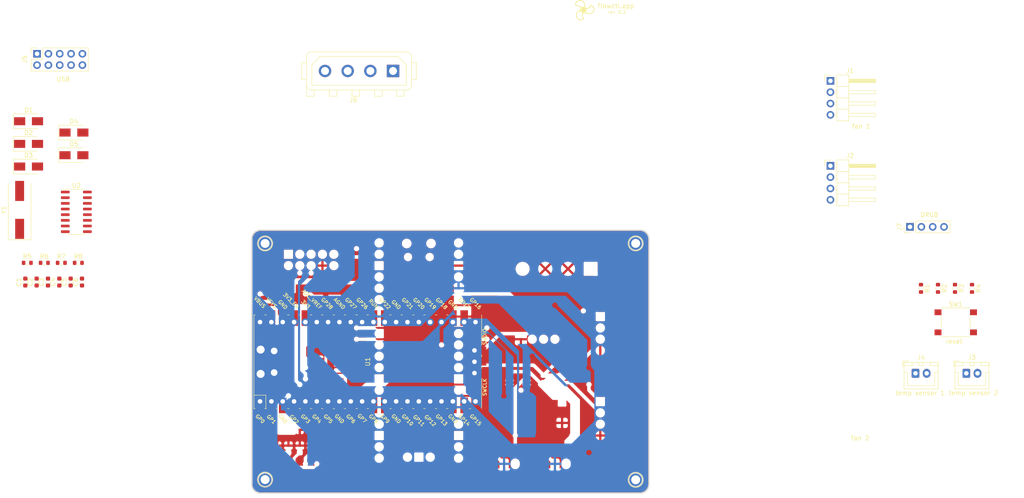
<source format=kicad_pcb>
(kicad_pcb (version 20171130) (host pcbnew "(5.1.10)-1")
  (layers (0 F.Cu signal) (31 B.Cu signal) (34 B.Paste user) (35 F.Paste user) (36 B.SilkS user) (37 F.SilkS user) (38 B.Mask user) (39 F.Mask user) (44 Edge.Cuts user))
  (net 0 "")
  (net 1 +5V)
  (net 2 GND)
  (net 3 +3V3)
  (net 4 "Net-(C4-Pad1)")
  (net 5 "Net-(C5-Pad1)")
  (net 6 "Net-(D1-Pad1)")
  (net 7 TxD)
  (net 8 "Net-(D3-Pad2)")
  (net 9 "Net-(D4-Pad2)")
  (net 10 GP1)
  (net 11 "Net-(D5-Pad1)")
  (net 12 GP6)
  (net 13 GP10)
  (net 14 GP11)
  (net 15 GP7)
  (net 16 GP26)
  (net 17 GP27)
  (net 18 "Net-(J5-Pad4)")
  (net 19 "Net-(J5-Pad6)")
  (net 20 DIN)
  (net 21 GP0)
  (net 22 RUN)
  (net 23 "Net-(U1-Pad3)")
  (net 24 "Net-(U1-Pad4)")
  (net 25 "Net-(U1-Pad5)")
  (net 26 "Net-(U1-Pad6)")
  (net 27 "Net-(U1-Pad7)")
  (net 28 "Net-(U1-Pad8)")
  (net 29 "Net-(U1-Pad11)")
  (net 30 "Net-(U1-Pad12)")
  (net 31 "Net-(U1-Pad13)")
  (net 32 "Net-(U1-Pad16)")
  (net 33 "Net-(U1-Pad17)")
  (net 34 "Net-(U1-Pad18)")
  (net 35 "Net-(U1-Pad19)")
  (net 36 "Net-(U1-Pad20)")
  (net 37 "Net-(U1-Pad21)")
  (net 38 "Net-(U1-Pad22)")
  (net 39 "Net-(U1-Pad23)")
  (net 40 "Net-(U1-Pad24)")
  (net 41 "Net-(U1-Pad25)")
  (net 42 "Net-(U1-Pad26)")
  (net 43 "Net-(U1-Pad27)")
  (net 44 "Net-(U1-Pad28)")
  (net 45 "Net-(U1-Pad33)")
  (net 46 "Net-(U1-Pad34)")
  (net 47 "Net-(U1-Pad35)")
  (net 48 "Net-(U1-Pad37)")
  (net 49 "Net-(U1-Pad40)")
  (net 50 "Net-(U2-Pad9)")
  (net 51 "Net-(U2-Pad10)")
  (net 52 "Net-(U2-Pad11)")
  (net 53 "Net-(U2-Pad12)")
  (net 54 "Net-(U2-Pad13)")
  (net 55 "Net-(U2-Pad14)")
  (net 56 "Net-(U2-Pad15)")
  (net 57 +12V)
  (net 58 "Net-(J7-Pad2)")
  (net 59 "Net-(J5-Pad10)")
  (net 60 "Net-(J5-Pad9)")
  (net 61 "Net-(J5-Pad7)")
  (net 62 "Net-(J5-Pad5)")
  (net 63 "Net-(J5-Pad3)")
  (net 64 "Net-(J5-Pad1)")
  (module Button_Switch_SMD:SW_Push_1P1T_NO_6x6mm_H9.5mm (layer F.Cu) (at 256.145 85.11)
    (fp_text reference SW1 (at 0 -4.05) (layer F.SilkS))
    (fp_text value K2-1102SP-C4SC-04)
    (pad 2 smd rect (at 3.975 2.25) (size 1.55 1.3) (layers F.Cu F.Paste F.Mask) (net 2 GND))
    (pad 1 smd rect (at 3.975 -2.25) (size 1.55 1.3) (layers F.Cu F.Paste F.Mask) (net 22 RUN))
    (pad 1 smd rect (at -3.975 -2.25) (size 1.55 1.3) (layers F.Cu F.Paste F.Mask) (net 22 RUN))
    (pad 2 smd rect (at -3.975 2.25) (size 1.55 1.3) (layers F.Cu F.Paste F.Mask) (net 2 GND))
  )
  (module Capacitor_SMD:C_0603_1608Metric (layer F.Cu) (at 60.44 76.075 90)
    (fp_text reference C6 (at 0 -1.43 90) (layer F.SilkS))
    (fp_text value 100nF)
    (pad 1 smd roundrect (at -0.775 0 90) (size 0.9 0.95) (layers F.Cu F.Paste F.Mask) (net 3 +3V3))
    (pad 2 smd roundrect (at 0.775 0 90) (size 0.9 0.95) (layers F.Cu F.Paste F.Mask) (net 2 GND))
  )
  (module Capacitor_SMD:C_0603_1608Metric (layer F.Cu) (at 55.36 76.075 90)
    (fp_text reference C4 (at 0 -1.43 90) (layer F.SilkS))
    (fp_text value 22pF)
    (pad 1 smd roundrect (at -0.775 0 90) (size 0.9 0.95) (layers F.Cu F.Paste F.Mask) (net 4 "Net-(C4-Pad1)"))
    (pad 2 smd roundrect (at 0.775 0 90) (size 0.9 0.95) (layers F.Cu F.Paste F.Mask) (net 2 GND))
  )
  (module TestPoint:TestPoint_Plated_Hole_D2.0mm (layer F.Cu) (at 184.4548 120.4214)
    (fp_text reference REF** hide)
    (fp_text value TestPoint_Plated_Hole_D2.0mm)
    (pad 1 thru_hole circle (at 0 0) (size 3 3) (drill 2) (layers *.Cu *.Mask))
  )
  (module Resistor_SMD:R_0603_1608Metric (layer F.Cu) (at 48.185 71.77)
    (fp_text reference R5 (at 0 -1.43) (layer F.SilkS))
    (fp_text value 1k5)
    (pad 2 smd roundrect (at 0.825 0) (size 0.8 0.95) (layers F.Cu F.Paste F.Mask) (net 10 GP1))
    (pad 1 smd roundrect (at -0.825 0) (size 0.8 0.95) (layers F.Cu F.Paste F.Mask) (net 7 TxD))
  )
  (module Connector_PinHeader_2.54mm:PinHeader_1x04_P2.54mm_Vertical (layer F.Cu) (at 245.9 63.7 90)
    (fp_text reference J7 (at 0 -2.33 90) (layer F.SilkS))
    (fp_text value "4 Pin DRGB LED")
    (pad 1 thru_hole rect (at 0 0 90) (size 1.7 1.7) (drill 1) (layers *.Cu *.Mask) (net 2 GND))
    (pad 2 thru_hole oval (at 0 2.54 90) (size 1.7 1.7) (drill 1) (layers *.Cu *.Mask) (net 58 "Net-(J7-Pad2)"))
    (pad 3 thru_hole oval (at 0 5.08 90) (size 1.7 1.7) (drill 1) (layers *.Cu *.Mask) (net 20 DIN))
    (pad 4 thru_hole oval (at 0 7.62 90) (size 1.7 1.7) (drill 1) (layers *.Cu *.Mask) (net 1 +5V))
  )
  (module Resistor_SMD:R_0603_1608Metric (layer F.Cu) (at 51.995 71.77)
    (fp_text reference R6 (at 0 -1.43) (layer F.SilkS))
    (fp_text value 1k5)
    (pad 1 smd roundrect (at -0.825 0) (size 0.8 0.95) (layers F.Cu F.Paste F.Mask) (net 11 "Net-(D5-Pad1)"))
    (pad 2 smd roundrect (at 0.825 0) (size 0.8 0.95) (layers F.Cu F.Paste F.Mask) (net 2 GND))
  )
  (module TestPoint:TestPoint_Plated_Hole_D2.0mm (layer F.Cu) (at 101.4476 120.3706)
    (fp_text reference REF** hide)
    (fp_text value TestPoint_Plated_Hole_D2.0mm)
    (pad 1 thru_hole circle (at 0 0) (size 3 3) (drill 2) (layers *.Cu *.Mask))
  )
  (module TestPoint:TestPoint_Plated_Hole_D2.0mm (layer F.Cu) (at 184.4548 67.4116)
    (fp_text reference REF** hide)
    (fp_text value TestPoint_Plated_Hole_D2.0mm)
    (pad 1 thru_hole circle (at 0 0) (size 3 3) (drill 2) (layers *.Cu *.Mask))
  )
  (module Diode_SMD:D_SMA (layer F.Cu) (at 48.47 40.02)
    (fp_text reference D1 (at 0 -2.5) (layer F.SilkS))
    (fp_text value LL4148)
    (pad 1 smd rect (at -2 0) (size 2.5 1.8) (layers F.Cu F.Paste F.Mask) (net 6 "Net-(D1-Pad1)"))
    (pad 2 smd rect (at 2 0) (size 2.5 1.8) (layers F.Cu F.Paste F.Mask) (net 1 +5V))
  )
  (module Connector_PinHeader_2.54mm:PinHeader_1x04_P2.54mm_Horizontal (layer F.Cu) (at 228.08 50.02)
    (fp_text reference J2 (at 4.385 -2.27) (layer F.SilkS))
    (fp_text value "Fan 2")
    (pad 4 thru_hole oval (at 0 7.62) (size 1.7 1.7) (drill 1) (layers *.Cu *.Mask) (net 2 GND))
    (pad 3 thru_hole oval (at 0 5.08) (size 1.7 1.7) (drill 1) (layers *.Cu *.Mask) (net 57 +12V))
    (pad 2 thru_hole oval (at 0 2.54) (size 1.7 1.7) (drill 1) (layers *.Cu *.Mask) (net 14 GP11))
    (pad 1 thru_hole rect (at 0 0) (size 1.7 1.7) (drill 1) (layers *.Cu *.Mask) (net 15 GP7))
  )
  (module Connector_PinHeader_2.54mm:PinHeader_1x04_P2.54mm_Horizontal (layer F.Cu) (at 228.08 30.97)
    (fp_text reference J1 (at 4.385 -2.27) (layer F.SilkS))
    (fp_text value "Fan 1")
    (pad 1 thru_hole rect (at 0 0) (size 1.7 1.7) (drill 1) (layers *.Cu *.Mask) (net 12 GP6))
    (pad 2 thru_hole oval (at 0 2.54) (size 1.7 1.7) (drill 1) (layers *.Cu *.Mask) (net 13 GP10))
    (pad 3 thru_hole oval (at 0 5.08) (size 1.7 1.7) (drill 1) (layers *.Cu *.Mask) (net 57 +12V))
    (pad 4 thru_hole oval (at 0 7.62) (size 1.7 1.7) (drill 1) (layers *.Cu *.Mask) (net 2 GND))
  )
  (module Connector_JST:JST_XH_B2B-XH-A_1x02_P2.50mm_Vertical (layer F.Cu) (at 247.13 96.54)
    (fp_text reference J4 (at 1.25 -3.55) (layer F.SilkS))
    (fp_text value "Temp Sensor (10k Thermistor)")
    (pad 1 thru_hole roundrect (at 0 0) (size 1.7 2) (drill 1) (layers *.Cu *.Mask) (roundrect_rratio 0.1470588235294118) (net 3 +3V3))
    (pad 2 thru_hole oval (at 2.5 0) (size 1.7 2) (drill 1) (layers *.Cu *.Mask) (net 17 GP27))
  )
  (module Connector_TE-Connectivity:TE_MATE-N-LOK_350211-1_1x04_P5.08mm_Vertical (layer F.Cu) (at 130.11 28.75 180)
    (fp_text reference J6 (at 8.89 -6.5) (layer F.SilkS))
    (fp_text value "Molex 4 Pin")
    (pad 1 thru_hole rect (at 0 0 180) (size 2.78 2.78) (drill 1.78) (layers *.Cu *.Mask) (net 57 +12V))
    (pad 2 thru_hole circle (at 5.08 0 180) (size 2.78 2.78) (drill 1.78) (layers *.Cu *.Mask) (net 2 GND))
    (pad 3 thru_hole circle (at 10.16 0 180) (size 2.78 2.78) (drill 1.78) (layers *.Cu *.Mask) (net 2 GND))
    (pad 4 thru_hole circle (at 15.24 0 180) (size 2.78 2.78) (drill 1.78) (layers *.Cu *.Mask) (net 1 +5V))
  )
  (module Diode_SMD:D_SMA (layer F.Cu) (at 48.47 45.1)
    (fp_text reference D2 (at 0 -2.5) (layer F.SilkS))
    (fp_text value LL4148)
    (pad 2 smd rect (at 2 0) (size 2.5 1.8) (layers F.Cu F.Paste F.Mask) (net 6 "Net-(D1-Pad1)"))
    (pad 1 smd rect (at -2 0) (size 2.5 1.8) (layers F.Cu F.Paste F.Mask) (net 3 +3V3))
  )
  (module Resistor_SMD:R_0603_1608Metric (layer F.Cu) (at 259.79 77.49 270)
    (fp_text reference R4 (at 0 -1.43 90) (layer F.SilkS))
    (fp_text value "10k Ω")
    (pad 2 smd roundrect (at 0.825 0 270) (size 0.8 0.95) (layers F.Cu F.Paste F.Mask) (net 14 GP11))
    (pad 1 smd roundrect (at -0.825 0 270) (size 0.8 0.95) (layers F.Cu F.Paste F.Mask) (net 1 +5V))
  )
  (module Resistor_SMD:R_0603_1608Metric (layer F.Cu) (at 55.805 71.77)
    (fp_text reference R7 (at 0 -1.43) (layer F.SilkS))
    (fp_text value 1k5)
    (pad 2 smd roundrect (at 0.825 0) (size 0.8 0.95) (layers F.Cu F.Paste F.Mask) (net 8 "Net-(D3-Pad2)"))
    (pad 1 smd roundrect (at -0.825 0) (size 0.8 0.95) (layers F.Cu F.Paste F.Mask) (net 3 +3V3))
  )
  (module Capacitor_SMD:C_0603_1608Metric (layer F.Cu) (at 52.82 76.075 90)
    (fp_text reference C3 (at 0 -1.43 90) (layer F.SilkS))
    (fp_text value 100nF)
    (pad 1 smd roundrect (at -0.775 0 90) (size 0.9 0.95) (layers F.Cu F.Paste F.Mask) (net 3 +3V3))
    (pad 2 smd roundrect (at 0.775 0 90) (size 0.9 0.95) (layers F.Cu F.Paste F.Mask) (net 2 GND))
  )
  (module Resistor_SMD:R_0603_1608Metric (layer F.Cu) (at 252.17 77.49 270)
    (fp_text reference R2 (at 0 -1.43 90) (layer F.SilkS))
    (fp_text value "10k Ω")
    (pad 2 smd roundrect (at 0.825 0 270) (size 0.8 0.95) (layers F.Cu F.Paste F.Mask) (net 2 GND))
    (pad 1 smd roundrect (at -0.825 0 270) (size 0.8 0.95) (layers F.Cu F.Paste F.Mask) (net 17 GP27))
  )
  (module Capacitor_SMD:C_0603_1608Metric (layer F.Cu) (at 47.74 76.075 90)
    (fp_text reference C1 (at 0 -1.43 90) (layer F.SilkS))
    (fp_text value 10uF)
    (pad 1 smd roundrect (at -0.775 0 90) (size 0.9 0.95) (layers F.Cu F.Paste F.Mask) (net 1 +5V))
    (pad 2 smd roundrect (at 0.775 0 90) (size 0.9 0.95) (layers F.Cu F.Paste F.Mask) (net 2 GND))
  )
  (module TestPoint:TestPoint_Plated_Hole_D2.0mm (layer F.Cu) (at 101.4476 67.4243)
    (fp_text reference REF** hide)
    (fp_text value TestPoint_Plated_Hole_D2.0mm)
    (pad 1 thru_hole circle (at 0 0) (size 3 3) (drill 2) (layers *.Cu *.Mask))
  )
  (module Connector_PinSocket_2.54mm:PinSocket_2x05_P2.54mm_Vertical (layer F.Cu) (at 50.37 24.9 90)
    (fp_text reference J5 (at -1.27 -2.77 -90) (layer F.SilkS))
    (fp_text value "Internal USB")
    (pad 10 thru_hole oval (at -2.54 10.16 90) (size 1.7 1.7) (drill 1) (layers *.Cu *.Mask) (net 59 "Net-(J5-Pad10)"))
    (pad 9 thru_hole oval (at 0 10.16 90) (size 1.7 1.7) (drill 1) (layers *.Cu *.Mask) (net 60 "Net-(J5-Pad9)"))
    (pad 8 thru_hole oval (at -2.54 7.62 90) (size 1.7 1.7) (drill 1) (layers *.Cu *.Mask) (net 2 GND))
    (pad 7 thru_hole oval (at 0 7.62 90) (size 1.7 1.7) (drill 1) (layers *.Cu *.Mask) (net 61 "Net-(J5-Pad7)"))
    (pad 6 thru_hole oval (at -2.54 5.08 90) (size 1.7 1.7) (drill 1) (layers *.Cu *.Mask) (net 19 "Net-(J5-Pad6)"))
    (pad 5 thru_hole oval (at 0 5.08 90) (size 1.7 1.7) (drill 1) (layers *.Cu *.Mask) (net 62 "Net-(J5-Pad5)"))
    (pad 4 thru_hole oval (at -2.54 2.54 90) (size 1.7 1.7) (drill 1) (layers *.Cu *.Mask) (net 18 "Net-(J5-Pad4)"))
    (pad 3 thru_hole oval (at 0 2.54 90) (size 1.7 1.7) (drill 1) (layers *.Cu *.Mask) (net 63 "Net-(J5-Pad3)"))
    (pad 2 thru_hole oval (at -2.54 0 90) (size 1.7 1.7) (drill 1) (layers *.Cu *.Mask) (net 1 +5V))
    (pad 1 thru_hole rect (at 0 0 90) (size 1.7 1.7) (drill 1) (layers *.Cu *.Mask) (net 64 "Net-(J5-Pad1)"))
  )
  (module Capacitor_SMD:C_0603_1608Metric (layer F.Cu) (at 57.9 76.075 90)
    (fp_text reference C5 (at 0 -1.43 90) (layer F.SilkS))
    (fp_text value 22pF)
    (pad 2 smd roundrect (at 0.775 0 90) (size 0.9 0.95) (layers F.Cu F.Paste F.Mask) (net 2 GND))
    (pad 1 smd roundrect (at -0.775 0 90) (size 0.9 0.95) (layers F.Cu F.Paste F.Mask) (net 5 "Net-(C5-Pad1)"))
  )
  (module Capacitor_SMD:C_0603_1608Metric (layer F.Cu) (at 50.28 76.075 90)
    (fp_text reference C2 (at 0 -1.43 90) (layer F.SilkS))
    (fp_text value 100nF)
    (pad 2 smd roundrect (at 0.775 0 90) (size 0.9 0.95) (layers F.Cu F.Paste F.Mask) (net 2 GND))
    (pad 1 smd roundrect (at -0.775 0 90) (size 0.9 0.95) (layers F.Cu F.Paste F.Mask) (net 1 +5V))
  )
  (module Pico:RPi_Pico_SMD_TH (layer F.Cu) (at 124.45 93.95 90)
    (fp_text reference U1 (at 0 0 90) (layer F.SilkS))
    (fp_text value PICO_RP2040)
    (fp_text user GP1 (at -12.9 -21.6 135) (layer F.SilkS) (effects (font (size 0.8 0.8))))
    (fp_text user GP2 (at -12.9 -16.51 135) (layer F.SilkS) (effects (font (size 0.8 0.8))))
    (fp_text user GP0 (at -12.8 -24.13 135) (layer F.SilkS) (effects (font (size 0.8 0.8))))
    (fp_text user GP3 (at -12.8 -13.97 135) (layer F.SilkS) (effects (font (size 0.8 0.8))))
    (fp_text user GP4 (at -12.8 -11.43 135) (layer F.SilkS) (effects (font (size 0.8 0.8))))
    (fp_text user GP5 (at -12.8 -8.89 135) (layer F.SilkS) (effects (font (size 0.8 0.8))))
    (fp_text user GP6 (at -12.8 -3.81 135) (layer F.SilkS) (effects (font (size 0.8 0.8))))
    (fp_text user GP7 (at -12.7 -1.3 135) (layer F.SilkS) (effects (font (size 0.8 0.8))))
    (fp_text user GP8 (at -12.8 1.27 135) (layer F.SilkS) (effects (font (size 0.8 0.8))))
    (fp_text user GP9 (at -12.8 3.81 135) (layer F.SilkS) (effects (font (size 0.8 0.8))))
    (fp_text user GP10 (at -13.054 8.89 135) (layer F.SilkS) (effects (font (size 0.8 0.8))))
    (fp_text user GP11 (at -13.2 11.43 135) (layer F.SilkS) (effects (font (size 0.8 0.8))))
    (fp_text user GP12 (at -13.2 13.97 135) (layer F.SilkS) (effects (font (size 0.8 0.8))))
    (fp_text user GP13 (at -13.054 16.51 135) (layer F.SilkS) (effects (font (size 0.8 0.8))))
    (fp_text user GP14 (at -13.1 21.59 135) (layer F.SilkS) (effects (font (size 0.8 0.8))))
    (fp_text user GP15 (at -13.054 24.13 135) (layer F.SilkS) (effects (font (size 0.8 0.8))))
    (fp_text user GP16 (at 13.054 24.13 135) (layer F.SilkS) (effects (font (size 0.8 0.8))))
    (fp_text user GP17 (at 13.054 21.59 135) (layer F.SilkS) (effects (font (size 0.8 0.8))))
    (fp_text user GP18 (at 13.054 16.51 135) (layer F.SilkS) (effects (font (size 0.8 0.8))))
    (fp_text user GP19 (at 13.054 13.97 135) (layer F.SilkS) (effects (font (size 0.8 0.8))))
    (fp_text user GP20 (at 13.054 11.43 135) (layer F.SilkS) (effects (font (size 0.8 0.8))))
    (fp_text user GP21 (at 13.054 8.9 135) (layer F.SilkS) (effects (font (size 0.8 0.8))))
    (fp_text user GP22 (at 13.054 3.81 135) (layer F.SilkS) (effects (font (size 0.8 0.8))))
    (fp_text user RUN (at 13 1.27 135) (layer F.SilkS) (effects (font (size 0.8 0.8))))
    (fp_text user GP26 (at 13.054 -1.27 135) (layer F.SilkS) (effects (font (size 0.8 0.8))))
    (fp_text user GP27 (at 13.054 -3.8 135) (layer F.SilkS) (effects (font (size 0.8 0.8))))
    (fp_text user GP28 (at 13.054 -9.144 135) (layer F.SilkS) (effects (font (size 0.8 0.8))))
    (fp_text user ADC_VREF (at 14 -12.5 135) (layer F.SilkS) (effects (font (size 0.8 0.8))))
    (fp_text user 3V3 (at 12.9 -13.9 135) (layer F.SilkS) (effects (font (size 0.8 0.8))))
    (fp_text user 3V3_EN (at 13.7 -17.2 135) (layer F.SilkS) (effects (font (size 0.8 0.8))))
    (fp_text user VSYS (at 13.2 -21.59 135) (layer F.SilkS) (effects (font (size 0.8 0.8))))
    (fp_text user VBUS (at 13.3 -24.2 135) (layer F.SilkS) (effects (font (size 0.8 0.8))))
    (fp_text user GND (at -12.8 -19.05 135) (layer F.SilkS) (effects (font (size 0.8 0.8))))
    (fp_text user GND (at -12.8 -6.35 135) (layer F.SilkS) (effects (font (size 0.8 0.8))))
    (fp_text user GND (at -12.8 6.35 135) (layer F.SilkS) (effects (font (size 0.8 0.8))))
    (fp_text user GND (at -12.8 19.05 135) (layer F.SilkS) (effects (font (size 0.8 0.8))))
    (fp_text user GND (at 12.8 19.05 135) (layer F.SilkS) (effects (font (size 0.8 0.8))))
    (fp_text user GND (at 12.8 6.35 135) (layer F.SilkS) (effects (font (size 0.8 0.8))))
    (fp_text user GND (at 12.8 -19.05 135) (layer F.SilkS) (effects (font (size 0.8 0.8))))
    (fp_text user AGND (at 13.054 -6.35 135) (layer F.SilkS) (effects (font (size 0.8 0.8))))
    (fp_text user SWCLK (at -5.7 26.2 90) (layer F.SilkS) (effects (font (size 0.8 0.8))))
    (fp_text user SWDIO (at 5.6 26.2 90) (layer F.SilkS) (effects (font (size 0.8 0.8))))
    (pad 1 thru_hole oval (at -8.89 -24.13 90) (size 1.7 1.7) (drill 1.02) (layers *.Cu *.Mask) (net 21 GP0))
    (pad 2 thru_hole oval (at -8.89 -21.59 90) (size 1.7 1.7) (drill 1.02) (layers *.Cu *.Mask) (net 10 GP1))
    (pad 3 thru_hole rect (at -8.89 -19.05 90) (size 1.7 1.7) (drill 1.02) (layers *.Cu *.Mask) (net 23 "Net-(U1-Pad3)"))
    (pad 4 thru_hole oval (at -8.89 -16.51 90) (size 1.7 1.7) (drill 1.02) (layers *.Cu *.Mask) (net 24 "Net-(U1-Pad4)"))
    (pad 5 thru_hole oval (at -8.89 -13.97 90) (size 1.7 1.7) (drill 1.02) (layers *.Cu *.Mask) (net 25 "Net-(U1-Pad5)"))
    (pad 6 thru_hole oval (at -8.89 -11.43 90) (size 1.7 1.7) (drill 1.02) (layers *.Cu *.Mask) (net 26 "Net-(U1-Pad6)"))
    (pad 7 thru_hole oval (at -8.89 -8.89 90) (size 1.7 1.7) (drill 1.02) (layers *.Cu *.Mask) (net 27 "Net-(U1-Pad7)"))
    (pad 8 thru_hole rect (at -8.89 -6.35 90) (size 1.7 1.7) (drill 1.02) (layers *.Cu *.Mask) (net 28 "Net-(U1-Pad8)"))
    (pad 9 thru_hole oval (at -8.89 -3.81 90) (size 1.7 1.7) (drill 1.02) (layers *.Cu *.Mask) (net 12 GP6))
    (pad 10 thru_hole oval (at -8.89 -1.27 90) (size 1.7 1.7) (drill 1.02) (layers *.Cu *.Mask) (net 15 GP7))
    (pad 11 thru_hole oval (at -8.89 1.27 90) (size 1.7 1.7) (drill 1.02) (layers *.Cu *.Mask) (net 29 "Net-(U1-Pad11)"))
    (pad 12 thru_hole oval (at -8.89 3.81 90) (size 1.7 1.7) (drill 1.02) (layers *.Cu *.Mask) (net 30 "Net-(U1-Pad12)"))
    (pad 13 thru_hole rect (at -8.89 6.35 90) (size 1.7 1.7) (drill 1.02) (layers *.Cu *.Mask) (net 31 "Net-(U1-Pad13)"))
    (pad 14 thru_hole oval (at -8.89 8.89 90) (size 1.7 1.7) (drill 1.02) (layers *.Cu *.Mask) (net 13 GP10))
    (pad 15 thru_hole oval (at -8.89 11.43 90) (size 1.7 1.7) (drill 1.02) (layers *.Cu *.Mask) (net 14 GP11))
    (pad 16 thru_hole oval (at -8.89 13.97 90) (size 1.7 1.7) (drill 1.02) (layers *.Cu *.Mask) (net 32 "Net-(U1-Pad16)"))
    (pad 17 thru_hole oval (at -8.89 16.51 90) (size 1.7 1.7) (drill 1.02) (layers *.Cu *.Mask) (net 33 "Net-(U1-Pad17)"))
    (pad 18 thru_hole rect (at -8.89 19.05 90) (size 1.7 1.7) (drill 1.02) (layers *.Cu *.Mask) (net 34 "Net-(U1-Pad18)"))
    (pad 19 thru_hole oval (at -8.89 21.59 90) (size 1.7 1.7) (drill 1.02) (layers *.Cu *.Mask) (net 35 "Net-(U1-Pad19)"))
    (pad 20 thru_hole oval (at -8.89 24.13 90) (size 1.7 1.7) (drill 1.02) (layers *.Cu *.Mask) (net 36 "Net-(U1-Pad20)"))
    (pad 21 thru_hole oval (at 8.89 24.13 90) (size 1.7 1.7) (drill 1.02) (layers *.Cu *.Mask) (net 37 "Net-(U1-Pad21)"))
    (pad 22 thru_hole oval (at 8.89 21.59 90) (size 1.7 1.7) (drill 1.02) (layers *.Cu *.Mask) (net 38 "Net-(U1-Pad22)"))
    (pad 23 thru_hole rect (at 8.89 19.05 90) (size 1.7 1.7) (drill 1.02) (layers *.Cu *.Mask) (net 39 "Net-(U1-Pad23)"))
    (pad 24 thru_hole oval (at 8.89 16.51 90) (size 1.7 1.7) (drill 1.02) (layers *.Cu *.Mask) (net 40 "Net-(U1-Pad24)"))
    (pad 25 thru_hole oval (at 8.89 13.97 90) (size 1.7 1.7) (drill 1.02) (layers *.Cu *.Mask) (net 41 "Net-(U1-Pad25)"))
    (pad 26 thru_hole oval (at 8.89 11.43 90) (size 1.7 1.7) (drill 1.02) (layers *.Cu *.Mask) (net 42 "Net-(U1-Pad26)"))
    (pad 27 thru_hole oval (at 8.89 8.89 90) (size 1.7 1.7) (drill 1.02) (layers *.Cu *.Mask) (net 43 "Net-(U1-Pad27)"))
    (pad 28 thru_hole rect (at 8.89 6.35 90) (size 1.7 1.7) (drill 1.02) (layers *.Cu *.Mask) (net 44 "Net-(U1-Pad28)"))
    (pad 29 thru_hole oval (at 8.89 3.81 90) (size 1.7 1.7) (drill 1.02) (layers *.Cu *.Mask) (net 20 DIN))
    (pad 30 thru_hole oval (at 8.89 1.27 90) (size 1.7 1.7) (drill 1.02) (layers *.Cu *.Mask) (net 22 RUN))
    (pad 31 thru_hole oval (at 8.89 -1.27 90) (size 1.7 1.7) (drill 1.02) (layers *.Cu *.Mask) (net 16 GP26))
    (pad 32 thru_hole oval (at 8.89 -3.81 90) (size 1.7 1.7) (drill 1.02) (layers *.Cu *.Mask) (net 17 GP27))
    (pad 33 thru_hole rect (at 8.89 -6.35 90) (size 1.7 1.7) (drill 1.02) (layers *.Cu *.Mask) (net 45 "Net-(U1-Pad33)"))
    (pad 34 thru_hole oval (at 8.89 -8.89 90) (size 1.7 1.7) (drill 1.02) (layers *.Cu *.Mask) (net 46 "Net-(U1-Pad34)"))
    (pad 35 thru_hole oval (at 8.89 -11.43 90) (size 1.7 1.7) (drill 1.02) (layers *.Cu *.Mask) (net 47 "Net-(U1-Pad35)"))
    (pad 36 thru_hole oval (at 8.89 -13.97 90) (size 1.7 1.7) (drill 1.02) (layers *.Cu *.Mask) (net 3 +3V3))
    (pad 37 thru_hole oval (at 8.89 -16.51 90) (size 1.7 1.7) (drill 1.02) (layers *.Cu *.Mask) (net 48 "Net-(U1-Pad37)"))
    (pad 38 thru_hole rect (at 8.89 -19.05 90) (size 1.7 1.7) (drill 1.02) (layers *.Cu *.Mask) (net 2 GND))
    (pad 39 thru_hole oval (at 8.89 -21.59 90) (size 1.7 1.7) (drill 1.02) (layers *.Cu *.Mask) (net 1 +5V))
    (pad 40 thru_hole oval (at 8.89 -24.13 90) (size 1.7 1.7) (drill 1.02) (layers *.Cu *.Mask) (net 49 "Net-(U1-Pad40)"))
    (pad 1 smd rect (at -8.89 -24.13 90) (size 3.5 1.7) (drill (offset -0.9 0)) (layers F.Cu F.Mask) (net 21 GP0))
    (pad 2 smd rect (at -8.89 -21.59 90) (size 3.5 1.7) (drill (offset -0.9 0)) (layers F.Cu F.Mask) (net 10 GP1))
    (pad 3 smd rect (at -8.89 -19.05 90) (size 3.5 1.7) (drill (offset -0.9 0)) (layers F.Cu F.Mask) (net 23 "Net-(U1-Pad3)"))
    (pad 4 smd rect (at -8.89 -16.51 90) (size 3.5 1.7) (drill (offset -0.9 0)) (layers F.Cu F.Mask) (net 24 "Net-(U1-Pad4)"))
    (pad 5 smd rect (at -8.89 -13.97 90) (size 3.5 1.7) (drill (offset -0.9 0)) (layers F.Cu F.Mask) (net 25 "Net-(U1-Pad5)"))
    (pad 6 smd rect (at -8.89 -11.43 90) (size 3.5 1.7) (drill (offset -0.9 0)) (layers F.Cu F.Mask) (net 26 "Net-(U1-Pad6)"))
    (pad 7 smd rect (at -8.89 -8.89 90) (size 3.5 1.7) (drill (offset -0.9 0)) (layers F.Cu F.Mask) (net 27 "Net-(U1-Pad7)"))
    (pad 8 smd rect (at -8.89 -6.35 90) (size 3.5 1.7) (drill (offset -0.9 0)) (layers F.Cu F.Mask) (net 28 "Net-(U1-Pad8)"))
    (pad 9 smd rect (at -8.89 -3.81 90) (size 3.5 1.7) (drill (offset -0.9 0)) (layers F.Cu F.Mask) (net 12 GP6))
    (pad 10 smd rect (at -8.89 -1.27 90) (size 3.5 1.7) (drill (offset -0.9 0)) (layers F.Cu F.Mask) (net 15 GP7))
    (pad 11 smd rect (at -8.89 1.27 90) (size 3.5 1.7) (drill (offset -0.9 0)) (layers F.Cu F.Mask) (net 29 "Net-(U1-Pad11)"))
    (pad 12 smd rect (at -8.89 3.81 90) (size 3.5 1.7) (drill (offset -0.9 0)) (layers F.Cu F.Mask) (net 30 "Net-(U1-Pad12)"))
    (pad 13 smd rect (at -8.89 6.35 90) (size 3.5 1.7) (drill (offset -0.9 0)) (layers F.Cu F.Mask) (net 31 "Net-(U1-Pad13)"))
    (pad 14 smd rect (at -8.89 8.89 90) (size 3.5 1.7) (drill (offset -0.9 0)) (layers F.Cu F.Mask) (net 13 GP10))
    (pad 15 smd rect (at -8.89 11.43 90) (size 3.5 1.7) (drill (offset -0.9 0)) (layers F.Cu F.Mask) (net 14 GP11))
    (pad 16 smd rect (at -8.89 13.97 90) (size 3.5 1.7) (drill (offset -0.9 0)) (layers F.Cu F.Mask) (net 32 "Net-(U1-Pad16)"))
    (pad 17 smd rect (at -8.89 16.51 90) (size 3.5 1.7) (drill (offset -0.9 0)) (layers F.Cu F.Mask) (net 33 "Net-(U1-Pad17)"))
    (pad 18 smd rect (at -8.89 19.05 90) (size 3.5 1.7) (drill (offset -0.9 0)) (layers F.Cu F.Mask) (net 34 "Net-(U1-Pad18)"))
    (pad 19 smd rect (at -8.89 21.59 90) (size 3.5 1.7) (drill (offset -0.9 0)) (layers F.Cu F.Mask) (net 35 "Net-(U1-Pad19)"))
    (pad 20 smd rect (at -8.89 24.13 90) (size 3.5 1.7) (drill (offset -0.9 0)) (layers F.Cu F.Mask) (net 36 "Net-(U1-Pad20)"))
    (pad 40 smd rect (at 8.89 -24.13 90) (size 3.5 1.7) (drill (offset 0.9 0)) (layers F.Cu F.Mask) (net 49 "Net-(U1-Pad40)"))
    (pad 39 smd rect (at 8.89 -21.59 90) (size 3.5 1.7) (drill (offset 0.9 0)) (layers F.Cu F.Mask) (net 1 +5V))
    (pad 38 smd rect (at 8.89 -19.05 90) (size 3.5 1.7) (drill (offset 0.9 0)) (layers F.Cu F.Mask) (net 2 GND))
    (pad 37 smd rect (at 8.89 -16.51 90) (size 3.5 1.7) (drill (offset 0.9 0)) (layers F.Cu F.Mask) (net 48 "Net-(U1-Pad37)"))
    (pad 36 smd rect (at 8.89 -13.97 90) (size 3.5 1.7) (drill (offset 0.9 0)) (layers F.Cu F.Mask) (net 3 +3V3))
    (pad 35 smd rect (at 8.89 -11.43 90) (size 3.5 1.7) (drill (offset 0.9 0)) (layers F.Cu F.Mask) (net 47 "Net-(U1-Pad35)"))
    (pad 34 smd rect (at 8.89 -8.89 90) (size 3.5 1.7) (drill (offset 0.9 0)) (layers F.Cu F.Mask) (net 46 "Net-(U1-Pad34)"))
    (pad 33 smd rect (at 8.89 -6.35 90) (size 3.5 1.7) (drill (offset 0.9 0)) (layers F.Cu F.Mask) (net 45 "Net-(U1-Pad33)"))
    (pad 32 smd rect (at 8.89 -3.81 90) (size 3.5 1.7) (drill (offset 0.9 0)) (layers F.Cu F.Mask) (net 17 GP27))
    (pad 31 smd rect (at 8.89 -1.27 90) (size 3.5 1.7) (drill (offset 0.9 0)) (layers F.Cu F.Mask) (net 16 GP26))
    (pad 30 smd rect (at 8.89 1.27 90) (size 3.5 1.7) (drill (offset 0.9 0)) (layers F.Cu F.Mask) (net 22 RUN))
    (pad 29 smd rect (at 8.89 3.81 90) (size 3.5 1.7) (drill (offset 0.9 0)) (layers F.Cu F.Mask) (net 20 DIN))
    (pad 28 smd rect (at 8.89 6.35 90) (size 3.5 1.7) (drill (offset 0.9 0)) (layers F.Cu F.Mask) (net 44 "Net-(U1-Pad28)"))
    (pad 27 smd rect (at 8.89 8.89 90) (size 3.5 1.7) (drill (offset 0.9 0)) (layers F.Cu F.Mask) (net 43 "Net-(U1-Pad27)"))
    (pad 26 smd rect (at 8.89 11.43 90) (size 3.5 1.7) (drill (offset 0.9 0)) (layers F.Cu F.Mask) (net 42 "Net-(U1-Pad26)"))
    (pad 25 smd rect (at 8.89 13.97 90) (size 3.5 1.7) (drill (offset 0.9 0)) (layers F.Cu F.Mask) (net 41 "Net-(U1-Pad25)"))
    (pad 24 smd rect (at 8.89 16.51 90) (size 3.5 1.7) (drill (offset 0.9 0)) (layers F.Cu F.Mask) (net 40 "Net-(U1-Pad24)"))
    (pad 23 smd rect (at 8.89 19.05 90) (size 3.5 1.7) (drill (offset 0.9 0)) (layers F.Cu F.Mask) (net 39 "Net-(U1-Pad23)"))
    (pad 22 smd rect (at 8.89 21.59 90) (size 3.5 1.7) (drill (offset 0.9 0)) (layers F.Cu F.Mask) (net 38 "Net-(U1-Pad22)"))
    (pad 21 smd rect (at 8.89 24.13 90) (size 3.5 1.7) (drill (offset 0.9 0)) (layers F.Cu F.Mask) (net 37 "Net-(U1-Pad21)"))
    (pad "" np_thru_hole oval (at -2.725 -24 90) (size 1.8 1.8) (drill 1.8) (layers *.Cu *.Mask))
    (pad "" np_thru_hole oval (at 2.725 -24 90) (size 1.8 1.8) (drill 1.8) (layers *.Cu *.Mask))
    (pad "" np_thru_hole oval (at -2.425 -20.97 90) (size 1.5 1.5) (drill 1.5) (layers *.Cu *.Mask))
    (pad "" np_thru_hole oval (at 2.425 -20.97 90) (size 1.5 1.5) (drill 1.5) (layers *.Cu *.Mask))
    (pad 41 smd rect (at -2.54 23.9 180) (size 3.5 1.7) (drill (offset -0.9 0)) (layers F.Cu F.Mask))
    (pad 41 thru_hole oval (at -2.54 23.9 90) (size 1.7 1.7) (drill 1.02) (layers *.Cu *.Mask))
    (pad 42 smd rect (at 0 23.9 180) (size 3.5 1.7) (drill (offset -0.9 0)) (layers F.Cu F.Mask))
    (pad 42 thru_hole rect (at 0 23.9 90) (size 1.7 1.7) (drill 1.02) (layers *.Cu *.Mask))
    (pad 43 smd rect (at 2.54 23.9 180) (size 3.5 1.7) (drill (offset -0.9 0)) (layers F.Cu F.Mask))
    (pad 43 thru_hole oval (at 2.54 23.9 90) (size 1.7 1.7) (drill 1.02) (layers *.Cu *.Mask))
  )
  (module Diode_SMD:D_SMA (layer F.Cu) (at 58.63 47.64)
    (fp_text reference D5 (at 0 -2.5) (layer F.SilkS))
    (fp_text value LED)
    (pad 1 smd rect (at -2 0) (size 2.5 1.8) (layers F.Cu F.Paste F.Mask) (net 11 "Net-(D5-Pad1)"))
    (pad 2 smd rect (at 2 0) (size 2.5 1.8) (layers F.Cu F.Paste F.Mask) (net 3 +3V3))
  )
  (module Diode_SMD:D_SMA (layer F.Cu) (at 48.47 50.18)
    (fp_text reference D3 (at 0 -2.5) (layer F.SilkS))
    (fp_text value LED)
    (pad 1 smd rect (at -2 0) (size 2.5 1.8) (layers F.Cu F.Paste F.Mask) (net 7 TxD))
    (pad 2 smd rect (at 2 0) (size 2.5 1.8) (layers F.Cu F.Paste F.Mask) (net 8 "Net-(D3-Pad2)"))
  )
  (module Package_SO:SOIC-16_3.9x9.9mm_P1.27mm (layer F.Cu) (at 59.17 60.34)
    (fp_text reference U2 (at 0 -5.9) (layer F.SilkS))
    (fp_text value CH340G)
    (pad 1 smd roundrect (at -2.475 -4.445) (size 1.95 0.6) (layers F.Cu F.Paste F.Mask) (net 2 GND))
    (pad 2 smd roundrect (at -2.475 -3.175) (size 1.95 0.6) (layers F.Cu F.Paste F.Mask) (net 7 TxD))
    (pad 3 smd roundrect (at -2.475 -1.905) (size 1.95 0.6) (layers F.Cu F.Paste F.Mask) (net 21 GP0))
    (pad 4 smd roundrect (at -2.475 -0.635) (size 1.95 0.6) (layers F.Cu F.Paste F.Mask) (net 3 +3V3))
    (pad 5 smd roundrect (at -2.475 0.635) (size 1.95 0.6) (layers F.Cu F.Paste F.Mask) (net 19 "Net-(J5-Pad6)"))
    (pad 6 smd roundrect (at -2.475 1.905) (size 1.95 0.6) (layers F.Cu F.Paste F.Mask) (net 18 "Net-(J5-Pad4)"))
    (pad 7 smd roundrect (at -2.475 3.175) (size 1.95 0.6) (layers F.Cu F.Paste F.Mask) (net 4 "Net-(C4-Pad1)"))
    (pad 8 smd roundrect (at -2.475 4.445) (size 1.95 0.6) (layers F.Cu F.Paste F.Mask) (net 5 "Net-(C5-Pad1)"))
    (pad 9 smd roundrect (at 2.475 4.445) (size 1.95 0.6) (layers F.Cu F.Paste F.Mask) (net 50 "Net-(U2-Pad9)"))
    (pad 10 smd roundrect (at 2.475 3.175) (size 1.95 0.6) (layers F.Cu F.Paste F.Mask) (net 51 "Net-(U2-Pad10)"))
    (pad 11 smd roundrect (at 2.475 1.905) (size 1.95 0.6) (layers F.Cu F.Paste F.Mask) (net 52 "Net-(U2-Pad11)"))
    (pad 12 smd roundrect (at 2.475 0.635) (size 1.95 0.6) (layers F.Cu F.Paste F.Mask) (net 53 "Net-(U2-Pad12)"))
    (pad 13 smd roundrect (at 2.475 -0.635) (size 1.95 0.6) (layers F.Cu F.Paste F.Mask) (net 54 "Net-(U2-Pad13)"))
    (pad 14 smd roundrect (at 2.475 -1.905) (size 1.95 0.6) (layers F.Cu F.Paste F.Mask) (net 55 "Net-(U2-Pad14)"))
    (pad 15 smd roundrect (at 2.475 -3.175) (size 1.95 0.6) (layers F.Cu F.Paste F.Mask) (net 56 "Net-(U2-Pad15)"))
    (pad 16 smd roundrect (at 2.475 -4.445) (size 1.95 0.6) (layers F.Cu F.Paste F.Mask) (net 3 +3V3))
  )
  (module Resistor_SMD:R_0603_1608Metric (layer F.Cu) (at 248.36 77.49 270)
    (fp_text reference R1 (at 0 -1.43 90) (layer F.SilkS))
    (fp_text value "10k Ω")
    (pad 1 smd roundrect (at -0.825 0 270) (size 0.8 0.95) (layers F.Cu F.Paste F.Mask) (net 16 GP26))
    (pad 2 smd roundrect (at 0.825 0 270) (size 0.8 0.95) (layers F.Cu F.Paste F.Mask) (net 2 GND))
  )
  (module Crystal:Crystal_SMD_HC49-SD (layer F.Cu) (at 46.47 59.9 90)
    (fp_text reference Y1 (at 0 -3.55 90) (layer F.SilkS))
    (fp_text value "12MHz Crystal")
    (pad 1 smd rect (at -4.25 0 90) (size 4.5 2) (layers F.Cu F.Paste F.Mask) (net 4 "Net-(C4-Pad1)"))
    (pad 2 smd rect (at 4.25 0 90) (size 4.5 2) (layers F.Cu F.Paste F.Mask) (net 5 "Net-(C5-Pad1)"))
  )
  (module Connector_JST:JST_XH_B2B-XH-A_1x02_P2.50mm_Vertical (layer F.Cu) (at 258.52 96.54)
    (fp_text reference J3 (at 1.25 -3.55) (layer F.SilkS))
    (fp_text value "Temp Sensor (10k Thermistor)")
    (pad 2 thru_hole oval (at 2.5 0) (size 1.7 2) (drill 1) (layers *.Cu *.Mask) (net 16 GP26))
    (pad 1 thru_hole roundrect (at 0 0) (size 1.7 2) (drill 1) (layers *.Cu *.Mask) (roundrect_rratio 0.1470588235294118) (net 3 +3V3))
  )
  (module Resistor_SMD:R_0603_1608Metric (layer F.Cu) (at 255.98 77.49 270)
    (fp_text reference R3 (at 0 -1.43 90) (layer F.SilkS))
    (fp_text value "10k Ω")
    (pad 1 smd roundrect (at -0.825 0 270) (size 0.8 0.95) (layers F.Cu F.Paste F.Mask) (net 1 +5V))
    (pad 2 smd roundrect (at 0.825 0 270) (size 0.8 0.95) (layers F.Cu F.Paste F.Mask) (net 13 GP10))
  )
  (module Resistor_SMD:R_0603_1608Metric (layer F.Cu) (at 59.615 71.77)
    (fp_text reference R8 (at 0 -1.43) (layer F.SilkS))
    (fp_text value 1k5)
    (pad 1 smd roundrect (at -0.825 0) (size 0.8 0.95) (layers F.Cu F.Paste F.Mask) (net 3 +3V3))
    (pad 2 smd roundrect (at 0.825 0) (size 0.8 0.95) (layers F.Cu F.Paste F.Mask) (net 9 "Net-(D4-Pad2)"))
  )
  (module Diode_SMD:D_SMA (layer F.Cu) (at 58.63 42.56)
    (fp_text reference D4 (at 0 -2.5) (layer F.SilkS))
    (fp_text value LED)
    (pad 2 smd rect (at 2 0) (size 2.5 1.8) (layers F.Cu F.Paste F.Mask) (net 9 "Net-(D4-Pad2)"))
    (pad 1 smd rect (at -2 0) (size 2.5 1.8) (layers F.Cu F.Paste F.Mask) (net 21 GP0))
  )
  (gr_poly (pts (xy 172.7614 15.781) (xy 172.70669 15.778947) (xy 172.652839 15.772867) (xy 172.600028 15.762881) (xy 172.548438 15.749111) (xy 172.498249 15.731677) (xy 172.449642 15.7107) (xy 172.402799 15.686301) (xy 172.3579 15.6586) (xy 172.315126 15.627719) (xy 172.274657 15.593779) (xy 172.236676 15.5569) (xy 172.201363 15.517203) (xy 172.168898 15.474809) (xy 172.139462 15.429839) (xy 172.113237 15.382414) (xy 172.090404 15.332655) (xy 172.071364 15.281324) (xy 172.056374 15.229246) (xy 172.045389 15.176633) (xy 172.038368 15.1237) (xy 172.035269 15.07066) (xy 172.036048 15.017726) (xy 172.040664 14.965111) (xy 172.049074 14.913029) (xy 172.061235 14.861693) (xy 172.077105 14.811317) (xy 172.096642 14.762114) (xy 172.119804 14.714297) (xy 172.146546 14.66808) (xy 172.176829 14.623676) (xy 172.210608 14.581299) (xy 172.247841 14.541161) (xy 172.287979 14.503928) (xy 172.330356 14.470148) (xy 172.37476 14.439866) (xy 172.420977 14.413123) (xy 172.468794 14.389962) (xy 172.517997 14.370425) (xy 172.568373 14.354555) (xy 172.619709 14.342393) (xy 172.671791 14.333983) (xy 172.724406 14.329368) (xy 172.77734 14.328588) (xy 172.830381 14.331688) (xy 172.883314 14.338708) (xy 172.935926 14.349693) (xy 172.988004 14.364683) (xy 173.039335 14.383723) (xy 173.064499 14.394704) (xy 173.089095 14.406556) (xy 173.113106 14.419256) (xy 173.13652 14.432781) (xy 173.159319 14.447109) (xy 173.181489 14.462217) (xy 173.203016 14.478082) (xy 173.223883 14.494682) (xy 173.244076 14.511994) (xy 173.26358 14.529995) (xy 173.282379 14.548664) (xy 173.300459 14.567976) (xy 173.317804 14.587911) (xy 173.334399 14.608445) (xy 173.35023 14.629555) (xy 173.36528 14.651219) (xy 173.379536 14.673414) (xy 173.392981 14.696118) (xy 173.405601 14.719308) (xy 173.41738 14.742961) (xy 173.428304 14.767055) (xy 173.438357 14.791568) (xy 173.447525 14.816476) (xy 173.455791 14.841757) (xy 173.463142 14.867388) (xy 173.469562 14.893347) (xy 173.475035 14.919612) (xy 173.479547 14.946158) (xy 173.483083 14.972965) (xy 173.485627 15.000009) (xy 173.487165 15.027268) (xy 173.487681 15.054719) (xy 173.486788 15.090733) (xy 173.484127 15.126503) (xy 173.479722 15.161969) (xy 173.473597 15.197071) (xy 173.465777 15.23175) (xy 173.456287 15.265947) (xy 173.445152 15.299602) (xy 173.432396 15.332655) (xy 173.418044 15.365047) (xy 173.40212 15.396718) (xy 173.38465 15.427609) (xy 173.365657 15.45766) (xy 173.345167 15.486812) (xy 173.323204 15.515006) (xy 173.299793 15.54218) (xy 173.274958 15.568277) (xy 173.248861 15.593112) (xy 173.221686 15.616523) (xy 173.193493 15.638486) (xy 173.164341 15.658977) (xy 173.13429 15.677969) (xy 173.103399 15.69544) (xy 173.071727 15.711363) (xy 173.039336 15.725715) (xy 173.006283 15.738472) (xy 172.972628 15.749607) (xy 172.938431 15.759097) (xy 172.903752 15.766916) (xy 172.86865 15.773041) (xy 172.833184 15.777446) (xy 172.797414 15.780108) (xy 172.7614 15.781)) (layer F.SilkS) (width 0.013229))
  (gr_poly (pts (xy 174.055344 16.009865) (xy 173.997114 16.008555) (xy 173.938166 16.004626) (xy 173.87851 15.998079) (xy 173.818154 15.988915) (xy 173.757106 15.977135) (xy 173.695376 15.96274) (xy 173.632971 15.94573) (xy 173.5699 15.926108) (xy 173.506172 15.903873) (xy 173.441795 15.879027) (xy 173.376778 15.85157) (xy 173.311129 15.821504) (xy 173.244857 15.78883) (xy 173.177971 15.753549) (xy 173.110478 15.71566) (xy 173.042387 15.675167) (xy 173.039759 15.673597) (xy 173.037196 15.671947) (xy 173.034699 15.67022) (xy 173.032269 15.668417) (xy 173.029908 15.666542) (xy 173.027617 15.664595) (xy 173.025396 15.66258) (xy 173.023248 15.660498) (xy 173.021172 15.658351) (xy 173.019172 15.656141) (xy 173.017247 15.653871) (xy 173.015399 15.651542) (xy 173.013629 15.649157) (xy 173.011939 15.646717) (xy 173.010329 15.644226) (xy 173.008801 15.641684) (xy 173.007356 15.639094) (xy 173.005996 15.636458) (xy 173.00472 15.633778) (xy 173.003532 15.631056) (xy 173.002431 15.628294) (xy 173.001419 15.625495) (xy 173.000497 15.622661) (xy 172.999667 15.619792) (xy 172.99893 15.616893) (xy 172.998286 15.613964) (xy 172.997737 15.611008) (xy 172.997285 15.608026) (xy 172.99693 15.605022) (xy 172.996674 15.601997) (xy 172.996518 15.598953) (xy 172.996463 15.595892) (xy 172.996658 15.589786) (xy 172.997253 15.583755) (xy 172.998238 15.577815) (xy 172.999604 15.571983) (xy 173.001341 15.566275) (xy 173.003439 15.560709) (xy 173.005889 15.555301) (xy 173.008681 15.550067) (xy 173.011805 15.545025) (xy 173.015252 15.540191) (xy 173.019013 15.535582) (xy 173.023077 15.531215) (xy 173.027436 15.527106) (xy 173.032078 15.523272) (xy 173.036996 15.519729) (xy 173.042178 15.516495) (xy 173.047564 15.513613) (xy 173.053086 15.511114) (xy 173.058723 15.508999) (xy 173.064457 15.507267) (xy 173.070269 15.505919) (xy 173.076138 15.504955) (xy 173.082047 15.504374) (xy 173.087975 15.504177) (xy 173.093904 15.504363) (xy 173.099814 15.504934) (xy 173.105685 15.505887) (xy 173.111499 15.507225) (xy 173.117237 15.508947) (xy 173.122878 15.511052) (xy 173.128403 15.513541) (xy 173.133795 15.516414) (xy 173.137769 15.518666) (xy 173.224321 15.56958) (xy 173.309587 15.615907) (xy 173.393549 15.657643) (xy 173.47619 15.694783) (xy 173.557493 15.727324) (xy 173.637439 15.755261) (xy 173.716011 15.778589) (xy 173.793192 15.797305) (xy 173.868964 15.811404) (xy 173.943308 15.820882) (xy 174.016208 15.825735) (xy 174.087646 15.825959) (xy 174.157605 15.821548) (xy 174.226066 15.8125) (xy 174.293011 15.798809) (xy 174.358425 15.780471) (xy 174.409662 15.760432) (xy 174.459644 15.738004) (xy 174.508298 15.713253) (xy 174.555552 15.686242) (xy 174.601336 15.657037) (xy 174.645578 15.625702) (xy 174.688206 15.592303) (xy 174.72915 15.556904) (xy 174.768337 15.51957) (xy 174.805696 15.480366) (xy 174.841157 15.439357) (xy 174.874646 15.396607) (xy 174.906094 15.352182) (xy 174.935429 15.306146) (xy 174.962578 15.258564) (xy 174.987471 15.2095) (xy 175.005195 15.158154) (xy 175.019021 15.107833) (xy 175.029126 15.05855) (xy 175.035688 15.01032) (xy 175.038885 14.963154) (xy 175.038893 14.917067) (xy 175.035891 14.872073) (xy 175.030057 14.828184) (xy 175.021567 14.785414) (xy 175.010599 14.743777) (xy 174.997332 14.703286) (xy 174.981941 14.663955) (xy 174.964606 14.625796) (xy 174.945503 14.588823) (xy 174.902705 14.518491) (xy 174.854968 14.453066) (xy 174.803712 14.392655) (xy 174.750358 14.337366) (xy 174.696326 14.287306) (xy 174.643037 14.242582) (xy 174.59191 14.203304) (xy 174.501829 14.14151) (xy 174.474313 14.201956) (xy 174.443727 14.259038) (xy 174.410321 14.312849) (xy 174.374347 14.363487) (xy 174.336056 14.411047) (xy 174.295699 14.455623) (xy 174.253529 14.497311) (xy 174.209795 14.536206) (xy 174.16475 14.572404) (xy 174.118644 14.606001) (xy 174.07173 14.637091) (xy 174.024258 14.665771) (xy 173.928647 14.716278) (xy 173.833822 14.758287) (xy 173.741794 14.792559) (xy 173.654573 14.819858) (xy 173.57417 14.840948) (xy 173.502597 14.856592) (xy 173.393979 14.874591) (xy 173.344806 14.879962) (xy 173.340362 14.879847) (xy 173.33597 14.879524) (xy 173.331635 14.878995) (xy 173.327363 14.878266) (xy 173.323158 14.877342) (xy 173.319025 14.876227) (xy 173.314971 14.874926) (xy 173.310999 14.873444) (xy 173.307115 14.871785) (xy 173.303323 14.869955) (xy 173.29963 14.867957) (xy 173.29604 14.865797) (xy 173.292558 14.863479) (xy 173.289189 14.861007) (xy 173.285939 14.858388) (xy 173.282811 14.855625) (xy 173.279813 14.852723) (xy 173.276948 14.849686) (xy 173.274222 14.846521) (xy 173.271639 14.84323) (xy 173.269206 14.839819) (xy 173.266926 14.836293) (xy 173.264805 14.832656) (xy 173.262849 14.828913) (xy 173.261061 14.825068) (xy 173.259448 14.821127) (xy 173.258015 14.817095) (xy 173.256766 14.812975) (xy 173.255706 14.808772) (xy 173.254841 14.804492) (xy 173.254176 14.800138) (xy 173.253715 14.795716) (xy 173.253467 14.791278) (xy 173.253432 14.786874) (xy 173.253605 14.78251) (xy 173.253983 14.778193) (xy 173.254561 14.773927) (xy 173.255336 14.769717) (xy 173.256302 14.76557) (xy 173.257455 14.76149) (xy 173.258792 14.757484) (xy 173.260307 14.753556) (xy 173.261997 14.749712) (xy 173.263858 14.745958) (xy 173.265884 14.742298) (xy 173.268072 14.738739) (xy 173.270418 14.735286) (xy 173.272917 14.731944) (xy 173.275565 14.728719) (xy 173.278358 14.725616) (xy 173.281291 14.722641) (xy 173.28436 14.719799) (xy 173.287561 14.717095) (xy 173.29089 14.714535) (xy 173.294342 14.712125) (xy 173.297913 14.70987) (xy 173.301599 14.707775) (xy 173.305395 14.705846) (xy 173.309297 14.704089) (xy 173.313302 14.702508) (xy 173.317404 14.701109) (xy 173.3216 14.699898) (xy 173.325884 14.69888) (xy 173.330254 14.698061) (xy 173.369388 14.693422) (xy 173.4689 14.676135) (xy 173.535888 14.660935) (xy 173.611479 14.640397) (xy 173.693509 14.613795) (xy 173.779814 14.580404) (xy 173.868231 14.539499) (xy 173.912555 14.516001) (xy 173.956595 14.490354) (xy 174.000082 14.462465) (xy 174.042744 14.432244) (xy 174.084311 14.399601) (xy 174.124512 14.364444) (xy 174.163078 14.326683) (xy 174.199737 14.286228) (xy 174.234219 14.242988) (xy 174.266254 14.196871) (xy 174.295571 14.147789) (xy 174.321899 14.095648) (xy 174.344969 14.04036) (xy 174.36451 13.981834) (xy 174.365897 13.977509) (xy 174.367489 13.973278) (xy 174.369281 13.969144) (xy 174.371269 13.965116) (xy 174.373446 13.961199) (xy 174.375809 13.9574) (xy 174.378351 13.953725) (xy 174.381067 13.950181) (xy 174.383954 13.946772) (xy 174.387005 13.943507) (xy 174.390215 13.940392) (xy 174.393579 13.937432) (xy 174.397093 13.934633) (xy 174.400751 13.932003) (xy 174.404547 13.929548) (xy 174.408478 13.927274) (xy 174.412517 13.925197) (xy 174.416635 13.923331) (xy 174.420825 13.921676) (xy 174.425079 13.920233) (xy 174.429388 13.919004) (xy 174.433745 13.917988) (xy 174.438141 13.917187) (xy 174.442569 13.916602) (xy 174.44702 13.916233) (xy 174.451486 13.916082) (xy 174.455959 13.916149) (xy 174.460431 13.916435) (xy 174.464894 13.916941) (xy 174.46934 13.917668) (xy 174.473761 13.918617) (xy 174.478149 13.919789) (xy 174.480174 13.920411) (xy 174.482185 13.921079) (xy 174.48418 13.92179) (xy 174.486159 13.922546) (xy 174.48812 13.923346) (xy 174.490062 13.92419) (xy 174.491987 13.925077) (xy 174.493891 13.926007) (xy 174.560376 13.962471) (xy 174.630843 14.006468) (xy 174.703723 14.057757) (xy 174.777448 14.116097) (xy 174.85045 14.181248) (xy 174.92116 14.252968) (xy 174.955166 14.291217) (xy 174.988011 14.331017) (xy 175.019499 14.37234) (xy 175.049433 14.415155) (xy 175.077619 14.459432) (xy 175.103859 14.50514) (xy 175.127959 14.552251) (xy 175.149721 14.600733) (xy 175.168949 14.650556) (xy 175.185449 14.701692) (xy 175.199023 14.754108) (xy 175.209475 14.807776) (xy 175.21661 14.862665) (xy 175.220232 14.918745) (xy 175.220144 14.975987) (xy 175.216151 15.034359) (xy 175.208056 15.093832) (xy 175.195663 15.154376) (xy 175.178777 15.215961) (xy 175.157201 15.278557) (xy 175.128522 15.336985) (xy 175.097078 15.393635) (xy 175.062956 15.448428) (xy 175.026246 15.501281) (xy 174.987038 15.552112) (xy 174.945421 15.600841) (xy 174.901484 15.647385) (xy 174.855316 15.691664) (xy 174.807006 15.733596) (xy 174.756644 15.7731) (xy 174.704319 15.810094) (xy 174.650119 15.844496) (xy 174.594136 15.876226) (xy 174.536456 15.905203) (xy 174.477171 15.931343) (xy 174.416368 15.954567) (xy 174.372291 15.967686) (xy 174.327787 15.979062) (xy 174.282907 15.988687) (xy 174.237703 15.996552) (xy 174.192226 16.002651) (xy 174.14653 16.006974) (xy 174.100665 16.009513) (xy 174.054683 16.010262) (xy 174.055344 16.009865)) (layer F.SilkS) (width 0.013229))
  (gr_poly (pts (xy 172.156562 17.376173) (xy 172.11284 17.375072) (xy 172.06934 17.372141) (xy 172.026115 17.367399) (xy 171.98322 17.360865) (xy 171.940708 17.352557) (xy 171.898634 17.342495) (xy 171.85705 17.330697) (xy 171.81601 17.317183) (xy 171.775569 17.301972) (xy 171.735781 17.285082) (xy 171.696698 17.266533) (xy 171.658375 17.246343) (xy 171.620866 17.224532) (xy 171.584224 17.201118) (xy 171.548503 17.17612) (xy 171.513757 17.149558) (xy 171.46804 17.111603) (xy 171.424575 17.071512) (xy 171.383417 17.029389) (xy 171.344622 16.985336) (xy 171.308245 16.939458) (xy 171.274341 16.891859) (xy 171.242966 16.842642) (xy 171.214176 16.791912) (xy 171.188025 16.739772) (xy 171.16457 16.686325) (xy 171.143865 16.631677) (xy 171.125967 16.57593) (xy 171.11093 16.519188) (xy 171.098811 16.461556) (xy 171.089664 16.403136) (xy 171.083545 16.344034) (xy 171.080424 16.263419) (xy 171.083358 16.185286) (xy 171.091965 16.109636) (xy 171.105862 16.036472) (xy 171.124668 15.965794) (xy 171.148002 15.897604) (xy 171.17548 15.831904) (xy 171.206721 15.768695) (xy 171.241342 15.707979) (xy 171.278963 15.649757) (xy 171.3192 15.59403) (xy 171.361672 15.540801) (xy 171.405997 15.490071) (xy 171.451792 15.441841) (xy 171.546268 15.352888) (xy 171.642042 15.273954) (xy 171.73606 15.205053) (xy 171.825265 15.146195) (xy 171.906601 15.097393) (xy 172.033443 15.030008) (xy 172.092136 15.002993) (xy 172.096482 15.001392) (xy 172.100857 15.000023) (xy 172.105254 14.998884) (xy 172.109666 14.997971) (xy 172.114085 14.997281) (xy 172.118505 14.996813) (xy 172.122918 14.996561) (xy 172.127318 14.996524) (xy 172.131696 14.996699) (xy 172.136046 14.997082) (xy 172.140361 14.99767) (xy 172.144634 14.998461) (xy 172.148857 14.999452) (xy 172.153023 15.000639) (xy 172.157125 15.00202) (xy 172.161156 15.003591) (xy 172.165108 15.00535) (xy 172.168976 15.007294) (xy 172.172751 15.009419) (xy 172.176426 15.011723) (xy 172.179994 15.014203) (xy 172.183448 15.016855) (xy 172.18678 15.019677) (xy 172.189985 15.022666) (xy 172.193054 15.025818) (xy 172.19598 15.029132) (xy 172.198756 15.032602) (xy 172.201376 15.036228) (xy 172.203831 15.040006) (xy 172.206115 15.043932) (xy 172.20822 15.048004) (xy 172.21014 15.052219) (xy 172.211848 15.056524) (xy 172.213324 15.060864) (xy 172.214571 15.065231) (xy 172.215593 15.069619) (xy 172.216391 15.07402) (xy 172.216968 15.078427) (xy 172.217329 15.082833) (xy 172.217474 15.08723) (xy 172.217408 15.091612) (xy 172.217132 15.09597) (xy 172.21665 15.100298) (xy 172.215964 15.104589) (xy 172.215078 15.108835) (xy 172.213994 15.113029) (xy 172.212715 15.117164) (xy 172.211243 15.121232) (xy 172.209582 15.125227) (xy 172.207734 15.129141) (xy 172.205703 15.132967) (xy 172.20349 15.136698) (xy 172.201099 15.140326) (xy 172.198533 15.143844) (xy 172.195794 15.147246) (xy 172.192885 15.150523) (xy 172.189809 15.153668) (xy 172.186569 15.156675) (xy 172.183168 15.159537) (xy 172.179608 15.162244) (xy 172.175892 15.164792) (xy 172.172023 15.167172) (xy 172.168005 15.169377) (xy 172.163838 15.1714) (xy 172.120158 15.191922) (xy 172.011494 15.249799) (xy 171.939887 15.29246) (xy 171.860547 15.344115) (xy 171.776312 15.40465) (xy 171.690019 15.473951) (xy 171.646988 15.511853) (xy 171.604506 15.551902) (xy 171.562928 15.594086) (xy 171.52261 15.63839) (xy 171.483905 15.684798) (xy 171.447169 15.733298) (xy 171.412756 15.783874) (xy 171.381021 15.836513) (xy 171.352318 15.891199) (xy 171.327003 15.94792) (xy 171.30543 16.006659) (xy 171.287953 16.067403) (xy 171.274928 16.130138) (xy 171.266708 16.194849) (xy 171.26365 16.261522) (xy 171.266107 16.330143) (xy 171.271254 16.379646) (xy 171.278936 16.428576) (xy 171.289105 16.476846) (xy 171.301716 16.52437) (xy 171.316723 16.571061) (xy 171.334078 16.616832) (xy 171.353735 16.661595) (xy 171.375648 16.705265) (xy 171.399771 16.747755) (xy 171.426057 16.788977) (xy 171.45446 16.828844) (xy 171.484933 16.867271) (xy 171.51743 16.90417) (xy 171.551905 16.939454) (xy 171.588311 16.973036) (xy 171.626601 17.00483) (xy 171.6624 17.032137) (xy 171.699409 17.057382) (xy 171.73754 17.08054) (xy 171.776705 17.101589) (xy 171.816812 17.120504) (xy 171.857775 17.137262) (xy 171.899503 17.151839) (xy 171.941908 17.164213) (xy 171.9849 17.174359) (xy 172.02839 17.182255) (xy 172.07229 17.187876) (xy 172.116509 17.191199) (xy 172.16096 17.192201) (xy 172.205553 17.190858) (xy 172.250198 17.187146) (xy 172.294807 17.181043) (xy 172.319691 17.176415) (xy 172.34442 17.171158) (xy 172.368982 17.165275) (xy 172.393366 17.158771) (xy 172.41756 17.15165) (xy 172.441553 17.143917) (xy 172.465333 17.135577) (xy 172.488888 17.126635) (xy 172.512207 17.117094) (xy 172.535279 17.106959) (xy 172.558092 17.096235) (xy 172.580634 17.084926) (xy 172.602895 17.073037) (xy 172.624862 17.060572) (xy 172.646524 17.047537) (xy 172.667869 17.033935) (xy 172.642069 16.98925) (xy 172.613567 16.935889) (xy 172.583606 16.874491) (xy 172.553429 16.805694) (xy 172.524278 16.730136) (xy 172.497396 16.648456) (xy 172.474026 16.561291) (xy 172.455409 16.469281) (xy 172.448272 16.421658) (xy 172.442789 16.373063) (xy 172.439116 16.323576) (xy 172.437408 16.273276) (xy 172.437821 16.222243) (xy 172.440509 16.170558) (xy 172.445628 16.118299) (xy 172.453334 16.065547) (xy 172.463781 16.012382) (xy 172.477125 15.958883) (xy 172.493522 15.90513) (xy 172.513126 15.851202) (xy 172.536094 15.797181) (xy 172.562579 15.743144) (xy 172.592739 15.689173) (xy 172.626727 15.635347) (xy 172.629457 15.631528) (xy 172.632345 15.62789) (xy 172.635384 15.624435) (xy 172.638566 15.621164) (xy 172.641882 15.618078) (xy 172.645325 15.61518) (xy 172.648887 15.612471) (xy 172.652559 15.609952) (xy 172.656335 15.607626) (xy 172.660206 15.605492) (xy 172.664165 15.603554) (xy 172.668202 15.601812) (xy 172.672311 15.600268) (xy 172.676484 15.598924) (xy 172.680712 15.597781) (xy 172.684988 15.596841) (xy 172.689304 15.596105) (xy 172.693652 15.595575) (xy 172.698024 15.595252) (xy 172.702412 15.595138) (xy 172.706808 15.595234) (xy 172.711204 15.595543) (xy 172.715593 15.596064) (xy 172.719967 15.596801) (xy 172.724317 15.597755) (xy 172.728636 15.598927) (xy 172.732916 15.600318) (xy 172.737149 15.601931) (xy 172.741326 15.603766) (xy 172.745441 15.605825) (xy 172.749485 15.608111) (xy 172.753451 15.610624) (xy 172.757285 15.613333) (xy 172.760938 15.616202) (xy 172.76441 15.619222) (xy 172.767698 15.622386) (xy 172.770802 15.625685) (xy 172.773718 15.629112) (xy 172.776447 15.632659) (xy 172.778986 15.636318) (xy 172.781333 15.640081) (xy 172.783487 15.643941) (xy 172.785447 15.647888) (xy 172.787211 15.651916) (xy 172.788777 15.656017) (xy 172.790144 15.660182) (xy 172.79131 15.664404) (xy 172.792273 15.668675) (xy 172.793033 15.672987) (xy 172.793586 15.677332) (xy 172.793933 15.681702) (xy 172.794071 15.686089) (xy 172.793998 15.690486) (xy 172.793714 15.694884) (xy 172.793216 15.699276) (xy 172.792502 15.703653) (xy 172.791573 15.708008) (xy 172.790424 15.712334) (xy 172.789056 15.716621) (xy 172.787467 15.720862) (xy 172.785654 15.72505) (xy 172.783617 15.729176) (xy 172.781353 15.733232) (xy 172.778862 15.737212) (xy 172.74387 15.79332) (xy 172.713717 15.849572) (xy 172.688164 15.905847) (xy 172.666969 15.962022) (xy 172.649892 16.017979) (xy 172.636692 16.073595) (xy 172.627129 16.12875) (xy 172.620962 16.183322) (xy 172.61795 16.237191) (xy 172.617853 16.290236) (xy 172.62043 16.342336) (xy 172.625441 16.393369) (xy 172.641801 16.491755) (xy 172.665009 16.584424) (xy 172.693138 16.67041) (xy 172.724265 16.748746) (xy 172.756464 16.818462) (xy 172.78781 16.878593) (xy 172.840247 16.966226) (xy 172.866175 17.003904) (xy 172.868807 17.007601) (xy 172.871242 17.011408) (xy 172.873479 17.015315) (xy 172.875514 17.019317) (xy 172.877347 17.023403) (xy 172.878974 17.027567) (xy 172.880394 17.031801) (xy 172.881606 17.036097) (xy 172.882606 17.040447) (xy 172.883393 17.044843) (xy 172.883966 17.049277) (xy 172.884321 17.053742) (xy 172.884457 17.058229) (xy 172.884371 17.06273) (xy 172.884063 17.067239) (xy 172.88353 17.071746) (xy 172.882773 17.076221) (xy 172.881801 17.080634) (xy 172.880616 17.084977) (xy 172.879223 17.089245) (xy 172.877626 17.093429) (xy 172.875829 17.097523) (xy 172.873836 17.10152) (xy 172.871653 17.105412) (xy 172.869281 17.109194) (xy 172.866727 17.112857) (xy 172.863994 17.116395) (xy 172.861085 17.119801) (xy 172.858006 17.123067) (xy 172.854761 17.126188) (xy 172.851353 17.129155) (xy 172.847786 17.131962) (xy 172.818765 17.153598) (xy 172.78915 17.174313) (xy 172.758965 17.194096) (xy 172.72823 17.212938) (xy 172.69697 17.230828) (xy 172.665207 17.247758) (xy 172.632962 17.263717) (xy 172.600259 17.278695) (xy 172.567121 17.292682) (xy 172.533568 17.305668) (xy 172.499626 17.317644) (xy 172.465314 17.3286) (xy 172.430658 17.338525) (xy 172.395677 17.347409) (xy 172.360397 17.355244) (xy 172.324837 17.362018) (xy 172.303953 17.365293) (xy 172.283012 17.368139) (xy 172.262023 17.370555) (xy 172.24099 17.372541) (xy 172.219921 17.374096) (xy 172.198822 17.375221) (xy 172.1777 17.375913) (xy 172.156562 17.376173)) (layer F.SilkS) (width 0.013229))
  (gr_line (start 100.2251 119.5387) (end 100.4357 119.3049) (layer Edge.Cuts) (width 0.2))
  (gr_poly (pts (xy 172.7614 14.511) (xy 172.733453 14.511714) (xy 172.705874 14.513817) (xy 172.678695 14.517275) (xy 172.651952 14.522056) (xy 172.625677 14.528124) (xy 172.599906 14.535446) (xy 172.574673 14.543987) (xy 172.550011 14.553713) (xy 172.525954 14.564591) (xy 172.502537 14.576586) (xy 172.479794 14.589663) (xy 172.457758 14.60379) (xy 172.436465 14.618932) (xy 172.415947 14.635054) (xy 172.39624 14.652123) (xy 172.377377 14.670105) (xy 172.359393 14.688965) (xy 172.34232 14.70867) (xy 172.326195 14.729184) (xy 172.31105 14.750475) (xy 172.296919 14.772509) (xy 172.283838 14.79525) (xy 172.271839 14.818665) (xy 172.260958 14.84272) (xy 172.251228 14.86738) (xy 172.242683 14.892613) (xy 172.235357 14.918383) (xy 172.229284 14.944656) (xy 172.2245 14.971399) (xy 172.221036 14.998577) (xy 172.218929 15.026156) (xy 172.218211 15.054102) (xy 172.218906 15.082049) (xy 172.220991 15.10963) (xy 172.224433 15.136811) (xy 172.229196 15.163557) (xy 172.235247 15.189836) (xy 172.242552 15.215611) (xy 172.251076 15.240851) (xy 172.260787 15.265519) (xy 172.271649 15.289583) (xy 172.283628 15.313008) (xy 172.296691 15.335759) (xy 172.310804 15.357804) (xy 172.325932 15.379107) (xy 172.342041 15.399635) (xy 172.359097 15.419354) (xy 172.377066 15.438228) (xy 172.395915 15.456225) (xy 172.415608 15.47331) (xy 172.436112 15.489449) (xy 172.457393 15.504608) (xy 172.479417 15.518753) (xy 172.50215 15.531849) (xy 172.525557 15.543862) (xy 172.549605 15.55476) (xy 172.57426 15.564506) (xy 172.599486 15.573067) (xy 172.625251 15.58041) (xy 172.651521 15.586499) (xy 172.67826 15.591302) (xy 172.705436 15.594782) (xy 172.733014 15.596908) (xy 172.76096 15.597644) (xy 172.788907 15.596967) (xy 172.816489 15.594899) (xy 172.843672 15.591476) (xy 172.870422 15.58673) (xy 172.896704 15.580696) (xy 172.922485 15.573408) (xy 172.94773 15.5649) (xy 172.972405 15.555205) (xy 172.996475 15.544359) (xy 173.019908 15.532395) (xy 173.042668 15.519347) (xy 173.064722 15.505248) (xy 173.086035 15.490135) (xy 173.106573 15.474039) (xy 173.126303 15.456995) (xy 173.145189 15.439038) (xy 173.163198 15.420202) (xy 173.180296 15.400519) (xy 173.196448 15.380025) (xy 173.211621 15.358754) (xy 173.22578 15.336739) (xy 173.238891 15.314015) (xy 173.25092 15.290616) (xy 173.261833 15.266575) (xy 173.271595 15.241927) (xy 173.280173 15.216706) (xy 173.287532 15.190945) (xy 173.293639 15.16468) (xy 173.298458 15.137943) (xy 173.301957 15.11077) (xy 173.3041 15.083194) (xy 173.304854 15.055248) (xy 173.304134 15.027284) (xy 173.302024 14.999686) (xy 173.298558 14.97249) (xy 173.29377 14.945728) (xy 173.287694 14.919437) (xy 173.280365 14.893648) (xy 173.271816 14.868397) (xy 173.262082 14.843718) (xy 173.251196 14.819644) (xy 173.239193 14.79621) (xy 173.226107 14.77345) (xy 173.211971 14.751398) (xy 173.19682 14.730088) (xy 173.180688 14.709554) (xy 173.163609 14.68983) (xy 173.145618 14.670951) (xy 173.126747 14.65295) (xy 173.107032 14.635862) (xy 173.086506 14.61972) (xy 173.065203 14.604559) (xy 173.043158 14.590412) (xy 173.020404 14.577315) (xy 172.996976 14.565301) (xy 172.972908 14.554403) (xy 172.948233 14.544657) (xy 172.922986 14.536096) (xy 172.897201 14.528754) (xy 172.870913 14.522666) (xy 172.844154 14.517865) (xy 172.816959 14.514386) (xy 172.789363 14.512263) (xy 172.761399 14.511529) (xy 172.7614 14.511)) (layer F.SilkS) (width 0.013229))
  (gr_line (start 183.4357 68.5417) (end 183.2251 68.3079) (layer Edge.Cuts) (width 0.2))
  (gr_line (start 98.4864 121.8391) (end 98.6156 122.2368) (layer Edge.Cuts) (width 0.2))
  (gr_line (start 99.9706 67.7362) (end 99.9377 67.4233) (layer Edge.Cuts) (width 0.2))
  (gr_line (start 98.6156 122.2368) (end 98.8247 122.5989) (layer Edge.Cuts) (width 0.2))
  (gr_line (start 102.9148 67.1104) (end 102.9477 67.4233) (layer Edge.Cuts) (width 0.2))
  (gr_line (start 184.2854 68.9201) (end 183.9776 68.8547) (layer Edge.Cuts) (width 0.2))
  (gr_line (start 183.6902 68.7267) (end 183.4357 68.5417) (layer Edge.Cuts) (width 0.2))
  (gr_line (start 185.8176 68.0355) (end 185.6603 68.3079) (layer Edge.Cuts) (width 0.2))
  (gr_line (start 101.9078 65.992) (end 102.1952 66.1199) (layer Edge.Cuts) (width 0.2))
  (gr_line (start 184.6 65.9266) (end 184.9078 65.992) (layer Edge.Cuts) (width 0.2))
  (gr_line (start 183.6902 66.1199) (end 183.9776 65.992) (layer Edge.Cuts) (width 0.2))
  (gr_line (start 183.0678 66.8112) (end 183.2251 66.5387) (layer Edge.Cuts) (width 0.2))
  (gr_line (start 183.4357 66.3049) (end 183.6902 66.1199) (layer Edge.Cuts) (width 0.2))
  (gr_line (start 184.9078 65.992) (end 185.1952 66.1199) (layer Edge.Cuts) (width 0.2))
  (gr_line (start 184.6 68.9201) (end 184.2854 68.9201) (layer Edge.Cuts) (width 0.2))
  (gr_line (start 185.4497 68.5417) (end 185.1952 68.7267) (layer Edge.Cuts) (width 0.2))
  (gr_line (start 98.6156 65.6098) (end 98.4864 66.0075) (layer Edge.Cuts) (width 0.2))
  (gr_line (start 185.1952 68.7267) (end 184.9078 68.8547) (layer Edge.Cuts) (width 0.2))
  (gr_line (start 183.9776 68.8547) (end 183.6902 68.7267) (layer Edge.Cuts) (width 0.2))
  (gr_line (start 185.4497 66.3049) (end 185.6603 66.5387) (layer Edge.Cuts) (width 0.2))
  (gr_line (start 100.9776 68.8547) (end 100.6902 68.7267) (layer Edge.Cuts) (width 0.2))
  (gr_line (start 101.2854 68.9201) (end 100.9776 68.8547) (layer Edge.Cuts) (width 0.2))
  (gr_line (start 185.9148 67.1104) (end 185.9477 67.4233) (layer Edge.Cuts) (width 0.2))
  (gr_line (start 183.2251 68.3079) (end 183.0678 68.0355) (layer Edge.Cuts) (width 0.2))
  (gr_line (start 183.2251 66.5387) (end 183.4357 66.3049) (layer Edge.Cuts) (width 0.2))
  (gr_line (start 100.0678 68.0355) (end 99.9706 67.7362) (layer Edge.Cuts) (width 0.2))
  (gr_line (start 101.6 65.9266) (end 101.9078 65.992) (layer Edge.Cuts) (width 0.2))
  (gr_line (start 102.6603 66.5387) (end 102.8176 66.8112) (layer Edge.Cuts) (width 0.2))
  (gr_line (start 100.6902 68.7267) (end 100.4357 68.5417) (layer Edge.Cuts) (width 0.2))
  (gr_line (start 182.9377 67.4233) (end 182.9706 67.1104) (layer Edge.Cuts) (width 0.2))
  (gr_line (start 102.8176 66.8112) (end 102.9148 67.1104) (layer Edge.Cuts) (width 0.2))
  (gr_line (start 102.4497 66.3049) (end 102.6603 66.5387) (layer Edge.Cuts) (width 0.2))
  (gr_line (start 98.8247 122.5989) (end 99.1044 122.9096) (layer Edge.Cuts) (width 0.2))
  (gr_line (start 100.6902 66.1199) (end 100.9776 65.992) (layer Edge.Cuts) (width 0.2))
  (gr_line (start 183.0678 68.0355) (end 182.9706 67.7362) (layer Edge.Cuts) (width 0.2))
  (gr_line (start 185.9477 67.4233) (end 185.9148 67.7362) (layer Edge.Cuts) (width 0.2))
  (gr_line (start 185.1952 66.1199) (end 185.4497 66.3049) (layer Edge.Cuts) (width 0.2))
  (gr_line (start 99.9706 67.1104) (end 100.0678 66.8112) (layer Edge.Cuts) (width 0.2))
  (gr_line (start 185.9148 67.7362) (end 185.8176 68.0355) (layer Edge.Cuts) (width 0.2))
  (gr_line (start 100.9776 65.992) (end 101.2854 65.9266) (layer Edge.Cuts) (width 0.2))
  (gr_line (start 185.8176 66.8112) (end 185.9148 67.1104) (layer Edge.Cuts) (width 0.2))
  (gr_line (start 100.2251 68.3079) (end 100.0678 68.0355) (layer Edge.Cuts) (width 0.2))
  (gr_line (start 185.6603 66.5387) (end 185.8176 66.8112) (layer Edge.Cuts) (width 0.2))
  (gr_line (start 184.9078 68.8547) (end 184.6 68.9201) (layer Edge.Cuts) (width 0.2))
  (gr_line (start 183.9776 65.992) (end 184.2854 65.9266) (layer Edge.Cuts) (width 0.2))
  (gr_line (start 100.4357 68.5417) (end 100.2251 68.3079) (layer Edge.Cuts) (width 0.2))
  (gr_line (start 184.2854 65.9266) (end 184.6 65.9266) (layer Edge.Cuts) (width 0.2))
  (gr_line (start 100.4357 66.3049) (end 100.6902 66.1199) (layer Edge.Cuts) (width 0.2))
  (gr_line (start 98.4864 66.0075) (end 98.4427 66.4233) (layer Edge.Cuts) (width 0.2))
  (gr_line (start 98.4427 121.4233) (end 98.4864 121.8391) (layer Edge.Cuts) (width 0.2))
  (gr_line (start 102.1952 66.1199) (end 102.4497 66.3049) (layer Edge.Cuts) (width 0.2))
  (gr_line (start 100.4357 121.5417) (end 100.2251 121.3079) (layer Edge.Cuts) (width 0.2))
  (gr_line (start 102.1952 121.7267) (end 101.9078 121.8546) (layer Edge.Cuts) (width 0.2))
  (gr_line (start 101.6 121.92) (end 101.2854 121.92) (layer Edge.Cuts) (width 0.2))
  (gr_line (start 101.2854 65.9266) (end 101.6 65.9266) (layer Edge.Cuts) (width 0.2))
  (gr_line (start 182.9706 67.1104) (end 183.0678 66.8112) (layer Edge.Cuts) (width 0.2))
  (gr_line (start 102.4497 121.5417) (end 102.1952 121.7267) (layer Edge.Cuts) (width 0.2))
  (gr_line (start 98.4427 66.4233) (end 98.4427 121.4233) (layer Edge.Cuts) (width 0.2))
  (gr_poly (pts (xy 172.243875 14.779156) (xy 172.237362 14.778948) (xy 172.230938 14.778285) (xy 172.224625 14.77718) (xy 172.218442 14.775643) (xy 172.212408 14.773688) (xy 172.206543 14.771326) (xy 172.200868 14.768571) (xy 172.195402 14.765435) (xy 172.190165 14.761929) (xy 172.185177 14.758067) (xy 172.180458 14.75386) (xy 172.176027 14.749321) (xy 172.171905 14.744463) (xy 172.168112 14.739296) (xy 172.164666 14.733835) (xy 172.161589 14.728091) (xy 172.130302 14.669526) (xy 172.096353 14.615126) (xy 172.05998 14.564739) (xy 172.021421 14.518213) (xy 171.980916 14.475399) (xy 171.9387 14.436145) (xy 171.895014 14.400299) (xy 171.850094 14.367712) (xy 171.804179 14.338231) (xy 171.757508 14.311706) (xy 171.710317 14.287986) (xy 171.662845 14.266919) (xy 171.568012 14.232142) (xy 171.474913 14.206167) (xy 171.385452 14.187786) (xy 171.301535 14.175789) (xy 171.225065 14.168968) (xy 171.157948 14.166116) (xy 171.059392 14.167481) (xy 171.021103 14.170217) (xy 171.01644 14.170651) (xy 171.011811 14.170848) (xy 171.007221 14.170813) (xy 171.002677 14.17055) (xy 170.998185 14.170064) (xy 170.993751 14.169361) (xy 170.989382 14.168445) (xy 170.985084 14.167321) (xy 170.980863 14.165994) (xy 170.976725 14.164469) (xy 170.972678 14.162751) (xy 170.968727 14.160845) (xy 170.964878 14.158757) (xy 170.961139 14.156489) (xy 170.957514 14.154049) (xy 170.954011 14.15144) (xy 170.950636 14.148668) (xy 170.947395 14.145738) (xy 170.944294 14.142654) (xy 170.94134 14.139421) (xy 170.938539 14.136045) (xy 170.935898 14.132531) (xy 170.933422 14.128882) (xy 170.931118 14.125105) (xy 170.928992 14.121204) (xy 170.927051 14.117183) (xy 170.925301 14.113049) (xy 170.923748 14.108806) (xy 170.922399 14.104459) (xy 170.921259 14.100013) (xy 170.920336 14.095472) (xy 170.919635 14.090842) (xy 170.915437 14.054914) (xy 170.91233 14.018933) (xy 170.910312 13.982924) (xy 170.90938 13.946911) (xy 170.909532 13.910918) (xy 170.910764 13.874971) (xy 170.913074 13.839092) (xy 170.91646 13.803307) (xy 170.920919 13.76764) (xy 170.926448 13.732114) (xy 170.933045 13.696756) (xy 170.940706 13.661588) (xy 170.949429 13.626635) (xy 170.959212 13.591921) (xy 170.970051 13.557472) (xy 170.981945 13.52331) (xy 171.002582 13.472782) (xy 171.025747 13.423661) (xy 171.05136 13.376027) (xy 171.079343 13.329959) (xy 171.109619 13.285535) (xy 171.142109 13.242835) (xy 171.176734 13.201937) (xy 171.213417 13.16292) (xy 171.25208 13.125864) (xy 171.292644 13.090848) (xy 171.33503 13.05795) (xy 171.379161 13.027249) (xy 171.424959 12.998824) (xy 171.472345 12.972755) (xy 171.521241 12.94912) (xy 171.571569 12.927998) (xy 171.627299 12.907359) (xy 171.683755 12.889742) (xy 171.74082 12.875142) (xy 171.798375 12.863556) (xy 171.856302 12.854979) (xy 171.914484 12.849408) (xy 171.972803 12.846839) (xy 172.031141 12.847268) (xy 172.089379 12.850691) (xy 172.147401 12.857104) (xy 172.205089 12.866504) (xy 172.262324 12.878886) (xy 172.318988 12.894247) (xy 172.374964 12.912582) (xy 172.430135 12.933888) (xy 172.484381 12.958161) (xy 172.555792 12.995802) (xy 172.62202 13.03744) (xy 172.683254 13.082743) (xy 172.739684 13.13138) (xy 172.7915 13.18302) (xy 172.838894 13.237332) (xy 172.882054 13.293984) (xy 172.921171 13.352646) (xy 172.956435 13.412986) (xy 172.988037 13.474673) (xy 173.016166 13.537376) (xy 173.041012 13.600763) (xy 173.081619 13.728267) (xy 173.111377 13.854536) (xy 173.131809 13.976919) (xy 173.144436 14.092768) (xy 173.150779 14.199434) (xy 173.152359 14.294265) (xy 173.147315 14.437831) (xy 173.141474 14.502269) (xy 173.140742 14.506907) (xy 173.139787 14.511454) (xy 173.138617 14.515905) (xy 173.137236 14.520254) (xy 173.135651 14.524498) (xy 173.13387 14.528632) (xy 173.131897 14.532649) (xy 173.12974 14.536546) (xy 173.127405 14.540317) (xy 173.124898 14.543958) (xy 173.122225 14.547464) (xy 173.119394 14.550829) (xy 173.11641 14.554049) (xy 173.11328 14.557119) (xy 173.11001 14.560034) (xy 173.106607 14.562789) (xy 173.103076 14.565379) (xy 173.099425 14.5678) (xy 173.09566 14.570046) (xy 173.091786 14.572112) (xy 173.087811 14.573993) (xy 173.083741 14.575685) (xy 173.079582 14.577183) (xy 173.07534 14.578482) (xy 173.071023 14.579576) (xy 173.066635 14.580461) (xy 173.062185 14.581132) (xy 173.057677 14.581584) (xy 173.053119 14.581813) (xy 173.048517 14.581812) (xy 173.043877 14.581578) (xy 173.039206 14.581105) (xy 173.034564 14.580398) (xy 173.030012 14.579467) (xy 173.025556 14.578319) (xy 173.021199 14.576961) (xy 173.016946 14.575399) (xy 173.012804 14.573639) (xy 173.008776 14.571687) (xy 173.004868 14.56955) (xy 173.001085 14.567235) (xy 172.997431 14.564747) (xy 172.993911 14.562093) (xy 172.990531 14.559279) (xy 172.987296 14.556312) (xy 172.984209 14.553198) (xy 172.981277 14.549944) (xy 172.978504 14.546555) (xy 172.975896 14.543038) (xy 172.973457 14.539399) (xy 172.971191 14.535645) (xy 172.969105 14.531783) (xy 172.967203 14.527818) (xy 172.965489 14.523756) (xy 172.96397 14.519605) (xy 172.962649 14.51537) (xy 172.961533 14.511059) (xy 172.960625 14.506676) (xy 172.95993 14.502229) (xy 172.959455 14.497724) (xy 172.959202 14.493167) (xy 172.959179 14.488565) (xy 172.959389 14.483924) (xy 172.959837 14.47925) (xy 172.96392 14.43119) (xy 172.968139 14.308162) (xy 172.967001 14.224823) (xy 172.961939 14.130288) (xy 172.951635 14.027071) (xy 172.934768 13.917689) (xy 172.910019 13.804655) (xy 172.894277 13.747555) (xy 172.87607 13.690486) (xy 172.855232 13.633761) (xy 172.8316 13.577696) (xy 172.805008 13.522604) (xy 172.77529 13.4688) (xy 172.742284 13.416599) (xy 172.705822 13.366315) (xy 172.665741 13.318261) (xy 172.621875 13.272754) (xy 172.574061 13.230106) (xy 172.522131 13.190633) (xy 172.465923 13.154648) (xy 172.405271 13.122467) (xy 172.359777 13.102128) (xy 172.31351 13.084276) (xy 172.266568 13.068915) (xy 172.219049 13.056048) (xy 172.171053 13.045677) (xy 172.122679 13.037807) (xy 172.074024 13.03244) (xy 172.025188 13.02958) (xy 171.97627 13.02923) (xy 171.927368 13.031393) (xy 171.878581 13.036073) (xy 171.830009 13.043272) (xy 171.781748 13.052995) (xy 171.733899 13.065243) (xy 171.686561 13.080021) (xy 171.639831 13.097332) (xy 171.598333 13.114638) (xy 171.558011 13.134019) (xy 171.51893 13.15541) (xy 171.481155 13.178747) (xy 171.44475 13.203963) (xy 171.409781 13.230995) (xy 171.376312 13.259776) (xy 171.344407 13.290242) (xy 171.314132 13.322327) (xy 171.285551 13.355968) (xy 171.258728 13.391097) (xy 171.23373 13.427652) (xy 171.210619 13.465565) (xy 171.189461 13.504773) (xy 171.17032 13.54521) (xy 171.153262 13.586811) (xy 171.144855 13.610696) (xy 171.13707 13.634761) (xy 171.129911 13.658993) (xy 171.123378 13.68338) (xy 171.117473 13.707911) (xy 171.112199 13.732572) (xy 171.107558 13.757351) (xy 171.10355 13.782237) (xy 171.100177 13.807217) (xy 171.097443 13.832279) (xy 171.095347 13.857411) (xy 171.093893 13.8826) (xy 171.093082 13.907834) (xy 171.092916 13.933101) (xy 171.093396 13.958389) (xy 171.094525 13.983685) (xy 171.207589 13.985736) (xy 171.276041 13.990513) (xy 171.350894 13.9988) (xy 171.430988 14.011353) (xy 171.515164 14.028929) (xy 171.602264 14.052285) (xy 171.691127 14.082177) (xy 171.780595 14.119361) (xy 171.825194 14.140924) (xy 171.869508 14.164595) (xy 171.913395 14.190466) (xy 171.956708 14.218634) (xy 171.999303 14.249192) (xy 172.041034 14.282235) (xy 172.081758 14.317858) (xy 172.121329 14.356155) (xy 172.159601 14.397221) (xy 172.196431 14.44115) (xy 172.231673 14.488038) (xy 172.265183 14.537977) (xy 172.296815 14.591064) (xy 172.326425 14.647393) (xy 172.328386 14.651673) (xy 172.33011 14.656001) (xy 172.331601 14.660369) (xy 172.332859 14.664769) (xy 172.333888 14.669193) (xy 172.334691 14.673634) (xy 172.335269 14.678084) (xy 172.335627 14.682535) (xy 172.335766 14.686981) (xy 172.335689 14.691412) (xy 172.335398 14.695822) (xy 172.334896 14.700203) (xy 172.334187 14.704547) (xy 172.333271 14.708847) (xy 172.332153 14.713094) (xy 172.330835 14.717282) (xy 172.329318 14.721402) (xy 172.327607 14.725447) (xy 172.325703 14.729409) (xy 172.323609 14.73328) (xy 172.321328 14.737054) (xy 172.318862 14.740721) (xy 172.316214 14.744276) (xy 172.313386 14.747709) (xy 172.310382 14.751013) (xy 172.307204 14.754181) (xy 172.303853 14.757205) (xy 172.300334 14.760077) (xy 172.296649 14.76279) (xy 172.2928 14.765336) (xy 172.288789 14.767706) (xy 172.284621 14.769895) (xy 172.282244 14.77101) (xy 172.279839 14.772053) (xy 172.277407 14.773024) (xy 172.274951 14.773922) (xy 172.272471 14.774747) (xy 172.26997 14.775498) (xy 172.267449 14.776176) (xy 172.26491 14.776779) (xy 172.262354 14.777308) (xy 172.259784 14.777762) (xy 172.2572 14.77814) (xy 172.254605 14.778443) (xy 172.251999 14.77867) (xy 172.249385 14.77882) (xy 172.246765 14.778894) (xy 172.244139 14.778891) (xy 172.243875 14.779156)) (layer F.SilkS) (width 0.013229))
  (gr_line (start 101.9078 121.8546) (end 101.6 121.92) (layer Edge.Cuts) (width 0.2))
  (gr_text flowctl.app (at 180.0258 14.1681) (layer F.SilkS) (effects (font (size 1 1))))
  (gr_text USB (at 56.2 30.6) (layer F.SilkS) (effects (font (size 1 1))))
  (gr_text "fan 2\n" (at 234.75 111.05) (layer F.SilkS) (effects (font (size 1 1))))
  (gr_text reset (at 255.7997 89.3737) (layer F.SilkS) (effects (font (size 1 1))))
  (gr_text "temp sensor 1" (at 248.1568 100.9469) (layer F.SilkS) (effects (font (size 1 1))))
  (gr_text DRGB (at 250.2307 61.0076) (layer F.SilkS) (effects (font (size 1 1))))
  (gr_text "temp sensor 2" (at 260.1456 100.9215) (layer F.SilkS) (effects (font (size 1 1))))
  (gr_text "fan 1" (at 234.9761 41.1427) (layer F.SilkS) (effects (font (size 1 1))))
  (gr_text "rev 0.3" (at 180.2671 15.5651) (layer F.SilkS) (effects (font (size 0.75 0.75) (thickness 0.1))))
  (gr_line (start 100.2251 121.3079) (end 100.0678 121.0354) (layer Edge.Cuts) (width 0.2))
  (gr_line (start 102.6603 121.3079) (end 102.4497 121.5417) (layer Edge.Cuts) (width 0.2))
  (gr_line (start 99.8247 123.3254) (end 100.2337 123.4123) (layer Edge.Cuts) (width 0.2))
  (gr_line (start 100.6902 121.7267) (end 100.4357 121.5417) (layer Edge.Cuts) (width 0.2))
  (gr_line (start 102.8176 121.0354) (end 102.6603 121.3079) (layer Edge.Cuts) (width 0.2))
  (gr_line (start 100.4357 119.3049) (end 100.6902 119.1199) (layer Edge.Cuts) (width 0.2))
  (gr_line (start 101.9078 118.9919) (end 102.1952 119.1199) (layer Edge.Cuts) (width 0.2))
  (gr_line (start 100.6902 119.1199) (end 100.9776 118.9919) (layer Edge.Cuts) (width 0.2))
  (gr_line (start 100.0678 119.8111) (end 100.2251 119.5387) (layer Edge.Cuts) (width 0.2))
  (gr_line (start 102.6603 119.5387) (end 102.8176 119.8111) (layer Edge.Cuts) (width 0.2))
  (gr_line (start 101.6 118.9265) (end 101.9078 118.9919) (layer Edge.Cuts) (width 0.2))
  (gr_line (start 102.1952 119.1199) (end 102.4497 119.3049) (layer Edge.Cuts) (width 0.2))
  (gr_line (start 100.9776 121.8546) (end 100.6902 121.7267) (layer Edge.Cuts) (width 0.2))
  (gr_line (start 99.1044 122.9096) (end 99.4427 123.1553) (layer Edge.Cuts) (width 0.2))
  (gr_line (start 102.9148 120.1104) (end 102.9477 120.4233) (layer Edge.Cuts) (width 0.2))
  (gr_line (start 101.2854 121.92) (end 100.9776 121.8546) (layer Edge.Cuts) (width 0.2))
  (gr_line (start 185.6517 123.4123) (end 186.0607 123.3254) (layer Edge.Cuts) (width 0.2))
  (gr_line (start 100.9776 118.9919) (end 101.2854 118.9265) (layer Edge.Cuts) (width 0.2))
  (gr_line (start 102.4497 119.3049) (end 102.6603 119.5387) (layer Edge.Cuts) (width 0.2))
  (gr_line (start 102.8176 119.8111) (end 102.9148 120.1104) (layer Edge.Cuts) (width 0.2))
  (gr_line (start 187.0607 65.2477) (end 186.781 64.937) (layer Edge.Cuts) (width 0.2))
  (gr_line (start 101.2854 118.9265) (end 101.6 118.9265) (layer Edge.Cuts) (width 0.2))
  (gr_line (start 99.4427 123.1553) (end 99.8247 123.3254) (layer Edge.Cuts) (width 0.2))
  (gr_line (start 99.1044 64.937) (end 98.8247 65.2477) (layer Edge.Cuts) (width 0.2))
  (gr_line (start 99.8247 64.5212) (end 99.4427 64.6913) (layer Edge.Cuts) (width 0.2))
  (gr_line (start 187.0607 122.5989) (end 187.2698 122.2368) (layer Edge.Cuts) (width 0.2))
  (gr_line (start 185.6517 64.4343) (end 100.2337 64.4343) (layer Edge.Cuts) (width 0.2))
  (gr_line (start 99.4427 64.6913) (end 99.1044 64.937) (layer Edge.Cuts) (width 0.2))
  (gr_line (start 187.4427 121.4233) (end 187.4427 66.4233) (layer Edge.Cuts) (width 0.2))
  (gr_line (start 187.2698 122.2368) (end 187.399 121.8391) (layer Edge.Cuts) (width 0.2))
  (gr_line (start 186.781 122.9096) (end 187.0607 122.5989) (layer Edge.Cuts) (width 0.2))
  (gr_line (start 186.0607 123.3254) (end 186.4427 123.1553) (layer Edge.Cuts) (width 0.2))
  (gr_line (start 186.0607 64.5212) (end 185.6517 64.4343) (layer Edge.Cuts) (width 0.2))
  (gr_line (start 187.399 66.0075) (end 187.2698 65.6098) (layer Edge.Cuts) (width 0.2))
  (gr_line (start 187.4427 66.4233) (end 187.399 66.0075) (layer Edge.Cuts) (width 0.2))
  (gr_line (start 98.8247 65.2477) (end 98.6156 65.6098) (layer Edge.Cuts) (width 0.2))
  (gr_line (start 102.9477 67.4233) (end 102.9148 67.7362) (layer Edge.Cuts) (width 0.2))
  (gr_line (start 100.2337 123.4123) (end 185.6517 123.4123) (layer Edge.Cuts) (width 0.2))
  (gr_line (start 187.2698 65.6098) (end 187.0607 65.2477) (layer Edge.Cuts) (width 0.2))
  (gr_line (start 186.4427 123.1553) (end 186.781 122.9096) (layer Edge.Cuts) (width 0.2))
  (gr_line (start 187.399 121.8391) (end 187.4427 121.4233) (layer Edge.Cuts) (width 0.2))
  (gr_line (start 183.6902 119.1199) (end 183.9776 118.9919) (layer Edge.Cuts) (width 0.2))
  (gr_line (start 182.9377 120.4233) (end 182.9706 120.1104) (layer Edge.Cuts) (width 0.2))
  (gr_line (start 186.4427 64.6913) (end 186.0607 64.5212) (layer Edge.Cuts) (width 0.2))
  (gr_line (start 186.781 64.937) (end 186.4427 64.6913) (layer Edge.Cuts) (width 0.2))
  (gr_line (start 100.2337 64.4343) (end 99.8247 64.5212) (layer Edge.Cuts) (width 0.2))
  (gr_line (start 100.0678 66.8112) (end 100.2251 66.5387) (layer Edge.Cuts) (width 0.2))
  (gr_line (start 183.4357 119.3049) (end 183.6902 119.1199) (layer Edge.Cuts) (width 0.2))
  (gr_line (start 102.4497 68.5417) (end 102.1952 68.7267) (layer Edge.Cuts) (width 0.2))
  (gr_line (start 185.8176 121.0354) (end 185.6603 121.3079) (layer Edge.Cuts) (width 0.2))
  (gr_line (start 102.9148 67.7362) (end 102.8176 68.0355) (layer Edge.Cuts) (width 0.2))
  (gr_line (start 183.9776 121.8546) (end 183.6902 121.7267) (layer Edge.Cuts) (width 0.2))
  (gr_line (start 185.6603 121.3079) (end 185.4497 121.5417) (layer Edge.Cuts) (width 0.2))
  (gr_line (start 183.2251 121.3079) (end 183.0678 121.0354) (layer Edge.Cuts) (width 0.2))
  (gr_line (start 185.1952 119.1199) (end 185.4497 119.3049) (layer Edge.Cuts) (width 0.2))
  (gr_line (start 102.9148 120.7362) (end 102.8176 121.0354) (layer Edge.Cuts) (width 0.2))
  (gr_line (start 184.9078 121.8546) (end 184.6 121.92) (layer Edge.Cuts) (width 0.2))
  (gr_line (start 183.2251 119.5387) (end 183.4357 119.3049) (layer Edge.Cuts) (width 0.2))
  (gr_line (start 101.9078 68.8547) (end 101.6 68.9201) (layer Edge.Cuts) (width 0.2))
  (gr_line (start 185.1952 121.7267) (end 184.9078 121.8546) (layer Edge.Cuts) (width 0.2))
  (gr_line (start 102.9477 120.4233) (end 102.9148 120.7362) (layer Edge.Cuts) (width 0.2))
  (gr_line (start 183.4357 121.5417) (end 183.2251 121.3079) (layer Edge.Cuts) (width 0.2))
  (gr_line (start 185.9148 120.7362) (end 185.8176 121.0354) (layer Edge.Cuts) (width 0.2))
  (gr_line (start 183.0678 121.0354) (end 182.9706 120.7362) (layer Edge.Cuts) (width 0.2))
  (gr_line (start 99.9377 120.4233) (end 99.9706 120.1104) (layer Edge.Cuts) (width 0.2))
  (gr_line (start 183.6902 121.7267) (end 183.4357 121.5417) (layer Edge.Cuts) (width 0.2))
  (gr_line (start 99.9706 120.7362) (end 99.9377 120.4233) (layer Edge.Cuts) (width 0.2))
  (gr_line (start 185.8176 119.8111) (end 185.9148 120.1104) (layer Edge.Cuts) (width 0.2))
  (gr_line (start 99.9706 120.1104) (end 100.0678 119.8111) (layer Edge.Cuts) (width 0.2))
  (gr_line (start 184.9078 118.9919) (end 185.1952 119.1199) (layer Edge.Cuts) (width 0.2))
  (gr_line (start 184.2854 121.92) (end 183.9776 121.8546) (layer Edge.Cuts) (width 0.2))
  (gr_line (start 102.6603 68.3079) (end 102.4497 68.5417) (layer Edge.Cuts) (width 0.2))
  (gr_line (start 183.0678 119.8111) (end 183.2251 119.5387) (layer Edge.Cuts) (width 0.2))
  (gr_line (start 102.8176 68.0355) (end 102.6603 68.3079) (layer Edge.Cuts) (width 0.2))
  (gr_line (start 99.9377 67.4233) (end 99.9706 67.1104) (layer Edge.Cuts) (width 0.2))
  (gr_line (start 185.4497 121.5417) (end 185.1952 121.7267) (layer Edge.Cuts) (width 0.2))
  (gr_line (start 100.2251 66.5387) (end 100.4357 66.3049) (layer Edge.Cuts) (width 0.2))
  (gr_line (start 182.9706 120.7362) (end 182.9377 120.4233) (layer Edge.Cuts) (width 0.2))
  (gr_line (start 182.9706 120.1104) (end 183.0678 119.8111) (layer Edge.Cuts) (width 0.2))
  (gr_line (start 182.9706 67.7362) (end 182.9377 67.4233) (layer Edge.Cuts) (width 0.2))
  (gr_line (start 100.0678 121.0354) (end 99.9706 120.7362) (layer Edge.Cuts) (width 0.2))
  (gr_line (start 183.9776 118.9919) (end 184.2854 118.9265) (layer Edge.Cuts) (width 0.2))
  (gr_line (start 184.6 121.92) (end 184.2854 121.92) (layer Edge.Cuts) (width 0.2))
  (gr_line (start 185.6603 119.5387) (end 185.8176 119.8111) (layer Edge.Cuts) (width 0.2))
  (gr_line (start 185.9148 120.1104) (end 185.9477 120.4233) (layer Edge.Cuts) (width 0.2))
  (gr_line (start 185.4497 119.3049) (end 185.6603 119.5387) (layer Edge.Cuts) (width 0.2))
  (gr_line (start 102.1952 68.7267) (end 101.9078 68.8547) (layer Edge.Cuts) (width 0.2))
  (gr_line (start 101.6 68.9201) (end 101.2854 68.9201) (layer Edge.Cuts) (width 0.2))
  (gr_line (start 185.6603 68.3079) (end 185.4497 68.5417) (layer Edge.Cuts) (width 0.2))
  (gr_line (start 184.2854 118.9265) (end 184.6 118.9265) (layer Edge.Cuts) (width 0.2))
  (gr_line (start 185.9477 120.4233) (end 185.9148 120.7362) (layer Edge.Cuts) (width 0.2))
  (gr_line (start 184.6 118.9265) (end 184.9078 118.9919) (layer Edge.Cuts) (width 0.2))
  (zone (net 2) (net_name GND) (layer F.Cu) (connect_pads (clearance 0.089)) (min_thickness 0.089) (fill yes (arc_segments 32) (thermal_gap 0.508) (thermal_bridge_width 0.508))
    (polygon (pts (xy 187.96 124.46) (xy 97.79 124.46) (xy 97.79 63.5) (xy 187.96 63.5)))
  )
  (zone (net 3) (net_name +3V3) (layer B.Cu) (connect_pads (clearance 0.089)) (min_thickness 0.089) (fill yes (arc_segments 32) (thermal_gap 0.508) (thermal_bridge_width 0.508))
    (polygon (pts (xy 187.96 124.46) (xy 97.79 124.46) (xy 97.79 63.5) (xy 187.96 63.5)))
  )
)
</source>
